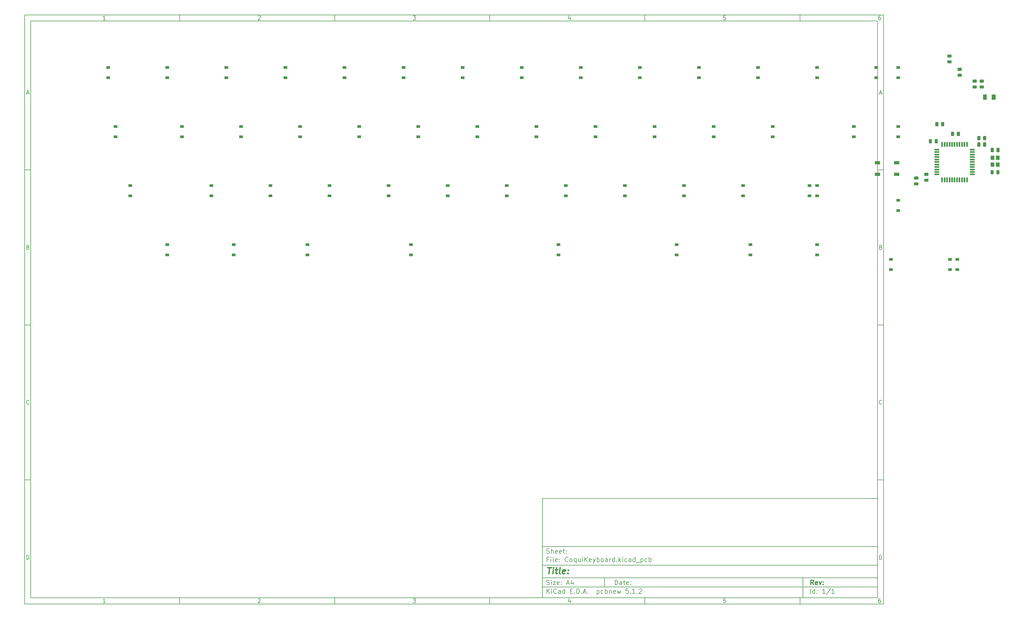
<source format=gbr>
%TF.GenerationSoftware,KiCad,Pcbnew,5.1.2*%
%TF.CreationDate,2019-06-09T19:24:23-04:00*%
%TF.ProjectId,CoquiKeyboard,436f7175-694b-4657-9962-6f6172642e6b,rev?*%
%TF.SameCoordinates,Original*%
%TF.FileFunction,Paste,Bot*%
%TF.FilePolarity,Positive*%
%FSLAX46Y46*%
G04 Gerber Fmt 4.6, Leading zero omitted, Abs format (unit mm)*
G04 Created by KiCad (PCBNEW 5.1.2) date 2019-06-09 19:24:23*
%MOMM*%
%LPD*%
G04 APERTURE LIST*
%ADD10C,0.100000*%
%ADD11C,0.150000*%
%ADD12C,0.300000*%
%ADD13C,0.400000*%
%ADD14R,1.200000X0.900000*%
%ADD15C,0.975000*%
%ADD16C,1.250000*%
%ADD17R,1.800000X1.100000*%
%ADD18R,1.500000X0.550000*%
%ADD19R,0.550000X1.500000*%
%ADD20R,1.200000X1.400000*%
G04 APERTURE END LIST*
D10*
D11*
X177002200Y-166007200D02*
X177002200Y-198007200D01*
X285002200Y-198007200D01*
X285002200Y-166007200D01*
X177002200Y-166007200D01*
D10*
D11*
X10000000Y-10000000D02*
X10000000Y-200007200D01*
X287002200Y-200007200D01*
X287002200Y-10000000D01*
X10000000Y-10000000D01*
D10*
D11*
X12000000Y-12000000D02*
X12000000Y-198007200D01*
X285002200Y-198007200D01*
X285002200Y-12000000D01*
X12000000Y-12000000D01*
D10*
D11*
X60000000Y-12000000D02*
X60000000Y-10000000D01*
D10*
D11*
X110000000Y-12000000D02*
X110000000Y-10000000D01*
D10*
D11*
X160000000Y-12000000D02*
X160000000Y-10000000D01*
D10*
D11*
X210000000Y-12000000D02*
X210000000Y-10000000D01*
D10*
D11*
X260000000Y-12000000D02*
X260000000Y-10000000D01*
D10*
D11*
X36065476Y-11588095D02*
X35322619Y-11588095D01*
X35694047Y-11588095D02*
X35694047Y-10288095D01*
X35570238Y-10473809D01*
X35446428Y-10597619D01*
X35322619Y-10659523D01*
D10*
D11*
X85322619Y-10411904D02*
X85384523Y-10350000D01*
X85508333Y-10288095D01*
X85817857Y-10288095D01*
X85941666Y-10350000D01*
X86003571Y-10411904D01*
X86065476Y-10535714D01*
X86065476Y-10659523D01*
X86003571Y-10845238D01*
X85260714Y-11588095D01*
X86065476Y-11588095D01*
D10*
D11*
X135260714Y-10288095D02*
X136065476Y-10288095D01*
X135632142Y-10783333D01*
X135817857Y-10783333D01*
X135941666Y-10845238D01*
X136003571Y-10907142D01*
X136065476Y-11030952D01*
X136065476Y-11340476D01*
X136003571Y-11464285D01*
X135941666Y-11526190D01*
X135817857Y-11588095D01*
X135446428Y-11588095D01*
X135322619Y-11526190D01*
X135260714Y-11464285D01*
D10*
D11*
X185941666Y-10721428D02*
X185941666Y-11588095D01*
X185632142Y-10226190D02*
X185322619Y-11154761D01*
X186127380Y-11154761D01*
D10*
D11*
X236003571Y-10288095D02*
X235384523Y-10288095D01*
X235322619Y-10907142D01*
X235384523Y-10845238D01*
X235508333Y-10783333D01*
X235817857Y-10783333D01*
X235941666Y-10845238D01*
X236003571Y-10907142D01*
X236065476Y-11030952D01*
X236065476Y-11340476D01*
X236003571Y-11464285D01*
X235941666Y-11526190D01*
X235817857Y-11588095D01*
X235508333Y-11588095D01*
X235384523Y-11526190D01*
X235322619Y-11464285D01*
D10*
D11*
X285941666Y-10288095D02*
X285694047Y-10288095D01*
X285570238Y-10350000D01*
X285508333Y-10411904D01*
X285384523Y-10597619D01*
X285322619Y-10845238D01*
X285322619Y-11340476D01*
X285384523Y-11464285D01*
X285446428Y-11526190D01*
X285570238Y-11588095D01*
X285817857Y-11588095D01*
X285941666Y-11526190D01*
X286003571Y-11464285D01*
X286065476Y-11340476D01*
X286065476Y-11030952D01*
X286003571Y-10907142D01*
X285941666Y-10845238D01*
X285817857Y-10783333D01*
X285570238Y-10783333D01*
X285446428Y-10845238D01*
X285384523Y-10907142D01*
X285322619Y-11030952D01*
D10*
D11*
X60000000Y-198007200D02*
X60000000Y-200007200D01*
D10*
D11*
X110000000Y-198007200D02*
X110000000Y-200007200D01*
D10*
D11*
X160000000Y-198007200D02*
X160000000Y-200007200D01*
D10*
D11*
X210000000Y-198007200D02*
X210000000Y-200007200D01*
D10*
D11*
X260000000Y-198007200D02*
X260000000Y-200007200D01*
D10*
D11*
X36065476Y-199595295D02*
X35322619Y-199595295D01*
X35694047Y-199595295D02*
X35694047Y-198295295D01*
X35570238Y-198481009D01*
X35446428Y-198604819D01*
X35322619Y-198666723D01*
D10*
D11*
X85322619Y-198419104D02*
X85384523Y-198357200D01*
X85508333Y-198295295D01*
X85817857Y-198295295D01*
X85941666Y-198357200D01*
X86003571Y-198419104D01*
X86065476Y-198542914D01*
X86065476Y-198666723D01*
X86003571Y-198852438D01*
X85260714Y-199595295D01*
X86065476Y-199595295D01*
D10*
D11*
X135260714Y-198295295D02*
X136065476Y-198295295D01*
X135632142Y-198790533D01*
X135817857Y-198790533D01*
X135941666Y-198852438D01*
X136003571Y-198914342D01*
X136065476Y-199038152D01*
X136065476Y-199347676D01*
X136003571Y-199471485D01*
X135941666Y-199533390D01*
X135817857Y-199595295D01*
X135446428Y-199595295D01*
X135322619Y-199533390D01*
X135260714Y-199471485D01*
D10*
D11*
X185941666Y-198728628D02*
X185941666Y-199595295D01*
X185632142Y-198233390D02*
X185322619Y-199161961D01*
X186127380Y-199161961D01*
D10*
D11*
X236003571Y-198295295D02*
X235384523Y-198295295D01*
X235322619Y-198914342D01*
X235384523Y-198852438D01*
X235508333Y-198790533D01*
X235817857Y-198790533D01*
X235941666Y-198852438D01*
X236003571Y-198914342D01*
X236065476Y-199038152D01*
X236065476Y-199347676D01*
X236003571Y-199471485D01*
X235941666Y-199533390D01*
X235817857Y-199595295D01*
X235508333Y-199595295D01*
X235384523Y-199533390D01*
X235322619Y-199471485D01*
D10*
D11*
X285941666Y-198295295D02*
X285694047Y-198295295D01*
X285570238Y-198357200D01*
X285508333Y-198419104D01*
X285384523Y-198604819D01*
X285322619Y-198852438D01*
X285322619Y-199347676D01*
X285384523Y-199471485D01*
X285446428Y-199533390D01*
X285570238Y-199595295D01*
X285817857Y-199595295D01*
X285941666Y-199533390D01*
X286003571Y-199471485D01*
X286065476Y-199347676D01*
X286065476Y-199038152D01*
X286003571Y-198914342D01*
X285941666Y-198852438D01*
X285817857Y-198790533D01*
X285570238Y-198790533D01*
X285446428Y-198852438D01*
X285384523Y-198914342D01*
X285322619Y-199038152D01*
D10*
D11*
X10000000Y-60000000D02*
X12000000Y-60000000D01*
D10*
D11*
X10000000Y-110000000D02*
X12000000Y-110000000D01*
D10*
D11*
X10000000Y-160000000D02*
X12000000Y-160000000D01*
D10*
D11*
X10690476Y-35216666D02*
X11309523Y-35216666D01*
X10566666Y-35588095D02*
X11000000Y-34288095D01*
X11433333Y-35588095D01*
D10*
D11*
X11092857Y-84907142D02*
X11278571Y-84969047D01*
X11340476Y-85030952D01*
X11402380Y-85154761D01*
X11402380Y-85340476D01*
X11340476Y-85464285D01*
X11278571Y-85526190D01*
X11154761Y-85588095D01*
X10659523Y-85588095D01*
X10659523Y-84288095D01*
X11092857Y-84288095D01*
X11216666Y-84350000D01*
X11278571Y-84411904D01*
X11340476Y-84535714D01*
X11340476Y-84659523D01*
X11278571Y-84783333D01*
X11216666Y-84845238D01*
X11092857Y-84907142D01*
X10659523Y-84907142D01*
D10*
D11*
X11402380Y-135464285D02*
X11340476Y-135526190D01*
X11154761Y-135588095D01*
X11030952Y-135588095D01*
X10845238Y-135526190D01*
X10721428Y-135402380D01*
X10659523Y-135278571D01*
X10597619Y-135030952D01*
X10597619Y-134845238D01*
X10659523Y-134597619D01*
X10721428Y-134473809D01*
X10845238Y-134350000D01*
X11030952Y-134288095D01*
X11154761Y-134288095D01*
X11340476Y-134350000D01*
X11402380Y-134411904D01*
D10*
D11*
X10659523Y-185588095D02*
X10659523Y-184288095D01*
X10969047Y-184288095D01*
X11154761Y-184350000D01*
X11278571Y-184473809D01*
X11340476Y-184597619D01*
X11402380Y-184845238D01*
X11402380Y-185030952D01*
X11340476Y-185278571D01*
X11278571Y-185402380D01*
X11154761Y-185526190D01*
X10969047Y-185588095D01*
X10659523Y-185588095D01*
D10*
D11*
X287002200Y-60000000D02*
X285002200Y-60000000D01*
D10*
D11*
X287002200Y-110000000D02*
X285002200Y-110000000D01*
D10*
D11*
X287002200Y-160000000D02*
X285002200Y-160000000D01*
D10*
D11*
X285692676Y-35216666D02*
X286311723Y-35216666D01*
X285568866Y-35588095D02*
X286002200Y-34288095D01*
X286435533Y-35588095D01*
D10*
D11*
X286095057Y-84907142D02*
X286280771Y-84969047D01*
X286342676Y-85030952D01*
X286404580Y-85154761D01*
X286404580Y-85340476D01*
X286342676Y-85464285D01*
X286280771Y-85526190D01*
X286156961Y-85588095D01*
X285661723Y-85588095D01*
X285661723Y-84288095D01*
X286095057Y-84288095D01*
X286218866Y-84350000D01*
X286280771Y-84411904D01*
X286342676Y-84535714D01*
X286342676Y-84659523D01*
X286280771Y-84783333D01*
X286218866Y-84845238D01*
X286095057Y-84907142D01*
X285661723Y-84907142D01*
D10*
D11*
X286404580Y-135464285D02*
X286342676Y-135526190D01*
X286156961Y-135588095D01*
X286033152Y-135588095D01*
X285847438Y-135526190D01*
X285723628Y-135402380D01*
X285661723Y-135278571D01*
X285599819Y-135030952D01*
X285599819Y-134845238D01*
X285661723Y-134597619D01*
X285723628Y-134473809D01*
X285847438Y-134350000D01*
X286033152Y-134288095D01*
X286156961Y-134288095D01*
X286342676Y-134350000D01*
X286404580Y-134411904D01*
D10*
D11*
X285661723Y-185588095D02*
X285661723Y-184288095D01*
X285971247Y-184288095D01*
X286156961Y-184350000D01*
X286280771Y-184473809D01*
X286342676Y-184597619D01*
X286404580Y-184845238D01*
X286404580Y-185030952D01*
X286342676Y-185278571D01*
X286280771Y-185402380D01*
X286156961Y-185526190D01*
X285971247Y-185588095D01*
X285661723Y-185588095D01*
D10*
D11*
X200434342Y-193785771D02*
X200434342Y-192285771D01*
X200791485Y-192285771D01*
X201005771Y-192357200D01*
X201148628Y-192500057D01*
X201220057Y-192642914D01*
X201291485Y-192928628D01*
X201291485Y-193142914D01*
X201220057Y-193428628D01*
X201148628Y-193571485D01*
X201005771Y-193714342D01*
X200791485Y-193785771D01*
X200434342Y-193785771D01*
X202577200Y-193785771D02*
X202577200Y-193000057D01*
X202505771Y-192857200D01*
X202362914Y-192785771D01*
X202077200Y-192785771D01*
X201934342Y-192857200D01*
X202577200Y-193714342D02*
X202434342Y-193785771D01*
X202077200Y-193785771D01*
X201934342Y-193714342D01*
X201862914Y-193571485D01*
X201862914Y-193428628D01*
X201934342Y-193285771D01*
X202077200Y-193214342D01*
X202434342Y-193214342D01*
X202577200Y-193142914D01*
X203077200Y-192785771D02*
X203648628Y-192785771D01*
X203291485Y-192285771D02*
X203291485Y-193571485D01*
X203362914Y-193714342D01*
X203505771Y-193785771D01*
X203648628Y-193785771D01*
X204720057Y-193714342D02*
X204577200Y-193785771D01*
X204291485Y-193785771D01*
X204148628Y-193714342D01*
X204077200Y-193571485D01*
X204077200Y-193000057D01*
X204148628Y-192857200D01*
X204291485Y-192785771D01*
X204577200Y-192785771D01*
X204720057Y-192857200D01*
X204791485Y-193000057D01*
X204791485Y-193142914D01*
X204077200Y-193285771D01*
X205434342Y-193642914D02*
X205505771Y-193714342D01*
X205434342Y-193785771D01*
X205362914Y-193714342D01*
X205434342Y-193642914D01*
X205434342Y-193785771D01*
X205434342Y-192857200D02*
X205505771Y-192928628D01*
X205434342Y-193000057D01*
X205362914Y-192928628D01*
X205434342Y-192857200D01*
X205434342Y-193000057D01*
D10*
D11*
X177002200Y-194507200D02*
X285002200Y-194507200D01*
D10*
D11*
X178434342Y-196585771D02*
X178434342Y-195085771D01*
X179291485Y-196585771D02*
X178648628Y-195728628D01*
X179291485Y-195085771D02*
X178434342Y-195942914D01*
X179934342Y-196585771D02*
X179934342Y-195585771D01*
X179934342Y-195085771D02*
X179862914Y-195157200D01*
X179934342Y-195228628D01*
X180005771Y-195157200D01*
X179934342Y-195085771D01*
X179934342Y-195228628D01*
X181505771Y-196442914D02*
X181434342Y-196514342D01*
X181220057Y-196585771D01*
X181077200Y-196585771D01*
X180862914Y-196514342D01*
X180720057Y-196371485D01*
X180648628Y-196228628D01*
X180577200Y-195942914D01*
X180577200Y-195728628D01*
X180648628Y-195442914D01*
X180720057Y-195300057D01*
X180862914Y-195157200D01*
X181077200Y-195085771D01*
X181220057Y-195085771D01*
X181434342Y-195157200D01*
X181505771Y-195228628D01*
X182791485Y-196585771D02*
X182791485Y-195800057D01*
X182720057Y-195657200D01*
X182577200Y-195585771D01*
X182291485Y-195585771D01*
X182148628Y-195657200D01*
X182791485Y-196514342D02*
X182648628Y-196585771D01*
X182291485Y-196585771D01*
X182148628Y-196514342D01*
X182077200Y-196371485D01*
X182077200Y-196228628D01*
X182148628Y-196085771D01*
X182291485Y-196014342D01*
X182648628Y-196014342D01*
X182791485Y-195942914D01*
X184148628Y-196585771D02*
X184148628Y-195085771D01*
X184148628Y-196514342D02*
X184005771Y-196585771D01*
X183720057Y-196585771D01*
X183577200Y-196514342D01*
X183505771Y-196442914D01*
X183434342Y-196300057D01*
X183434342Y-195871485D01*
X183505771Y-195728628D01*
X183577200Y-195657200D01*
X183720057Y-195585771D01*
X184005771Y-195585771D01*
X184148628Y-195657200D01*
X186005771Y-195800057D02*
X186505771Y-195800057D01*
X186720057Y-196585771D02*
X186005771Y-196585771D01*
X186005771Y-195085771D01*
X186720057Y-195085771D01*
X187362914Y-196442914D02*
X187434342Y-196514342D01*
X187362914Y-196585771D01*
X187291485Y-196514342D01*
X187362914Y-196442914D01*
X187362914Y-196585771D01*
X188077200Y-196585771D02*
X188077200Y-195085771D01*
X188434342Y-195085771D01*
X188648628Y-195157200D01*
X188791485Y-195300057D01*
X188862914Y-195442914D01*
X188934342Y-195728628D01*
X188934342Y-195942914D01*
X188862914Y-196228628D01*
X188791485Y-196371485D01*
X188648628Y-196514342D01*
X188434342Y-196585771D01*
X188077200Y-196585771D01*
X189577200Y-196442914D02*
X189648628Y-196514342D01*
X189577200Y-196585771D01*
X189505771Y-196514342D01*
X189577200Y-196442914D01*
X189577200Y-196585771D01*
X190220057Y-196157200D02*
X190934342Y-196157200D01*
X190077200Y-196585771D02*
X190577200Y-195085771D01*
X191077200Y-196585771D01*
X191577200Y-196442914D02*
X191648628Y-196514342D01*
X191577200Y-196585771D01*
X191505771Y-196514342D01*
X191577200Y-196442914D01*
X191577200Y-196585771D01*
X194577200Y-195585771D02*
X194577200Y-197085771D01*
X194577200Y-195657200D02*
X194720057Y-195585771D01*
X195005771Y-195585771D01*
X195148628Y-195657200D01*
X195220057Y-195728628D01*
X195291485Y-195871485D01*
X195291485Y-196300057D01*
X195220057Y-196442914D01*
X195148628Y-196514342D01*
X195005771Y-196585771D01*
X194720057Y-196585771D01*
X194577200Y-196514342D01*
X196577200Y-196514342D02*
X196434342Y-196585771D01*
X196148628Y-196585771D01*
X196005771Y-196514342D01*
X195934342Y-196442914D01*
X195862914Y-196300057D01*
X195862914Y-195871485D01*
X195934342Y-195728628D01*
X196005771Y-195657200D01*
X196148628Y-195585771D01*
X196434342Y-195585771D01*
X196577200Y-195657200D01*
X197220057Y-196585771D02*
X197220057Y-195085771D01*
X197220057Y-195657200D02*
X197362914Y-195585771D01*
X197648628Y-195585771D01*
X197791485Y-195657200D01*
X197862914Y-195728628D01*
X197934342Y-195871485D01*
X197934342Y-196300057D01*
X197862914Y-196442914D01*
X197791485Y-196514342D01*
X197648628Y-196585771D01*
X197362914Y-196585771D01*
X197220057Y-196514342D01*
X198577200Y-195585771D02*
X198577200Y-196585771D01*
X198577200Y-195728628D02*
X198648628Y-195657200D01*
X198791485Y-195585771D01*
X199005771Y-195585771D01*
X199148628Y-195657200D01*
X199220057Y-195800057D01*
X199220057Y-196585771D01*
X200505771Y-196514342D02*
X200362914Y-196585771D01*
X200077200Y-196585771D01*
X199934342Y-196514342D01*
X199862914Y-196371485D01*
X199862914Y-195800057D01*
X199934342Y-195657200D01*
X200077200Y-195585771D01*
X200362914Y-195585771D01*
X200505771Y-195657200D01*
X200577200Y-195800057D01*
X200577200Y-195942914D01*
X199862914Y-196085771D01*
X201077200Y-195585771D02*
X201362914Y-196585771D01*
X201648628Y-195871485D01*
X201934342Y-196585771D01*
X202220057Y-195585771D01*
X204648628Y-195085771D02*
X203934342Y-195085771D01*
X203862914Y-195800057D01*
X203934342Y-195728628D01*
X204077200Y-195657200D01*
X204434342Y-195657200D01*
X204577200Y-195728628D01*
X204648628Y-195800057D01*
X204720057Y-195942914D01*
X204720057Y-196300057D01*
X204648628Y-196442914D01*
X204577200Y-196514342D01*
X204434342Y-196585771D01*
X204077200Y-196585771D01*
X203934342Y-196514342D01*
X203862914Y-196442914D01*
X205362914Y-196442914D02*
X205434342Y-196514342D01*
X205362914Y-196585771D01*
X205291485Y-196514342D01*
X205362914Y-196442914D01*
X205362914Y-196585771D01*
X206862914Y-196585771D02*
X206005771Y-196585771D01*
X206434342Y-196585771D02*
X206434342Y-195085771D01*
X206291485Y-195300057D01*
X206148628Y-195442914D01*
X206005771Y-195514342D01*
X207505771Y-196442914D02*
X207577200Y-196514342D01*
X207505771Y-196585771D01*
X207434342Y-196514342D01*
X207505771Y-196442914D01*
X207505771Y-196585771D01*
X208148628Y-195228628D02*
X208220057Y-195157200D01*
X208362914Y-195085771D01*
X208720057Y-195085771D01*
X208862914Y-195157200D01*
X208934342Y-195228628D01*
X209005771Y-195371485D01*
X209005771Y-195514342D01*
X208934342Y-195728628D01*
X208077200Y-196585771D01*
X209005771Y-196585771D01*
D10*
D11*
X177002200Y-191507200D02*
X285002200Y-191507200D01*
D10*
D12*
X264411485Y-193785771D02*
X263911485Y-193071485D01*
X263554342Y-193785771D02*
X263554342Y-192285771D01*
X264125771Y-192285771D01*
X264268628Y-192357200D01*
X264340057Y-192428628D01*
X264411485Y-192571485D01*
X264411485Y-192785771D01*
X264340057Y-192928628D01*
X264268628Y-193000057D01*
X264125771Y-193071485D01*
X263554342Y-193071485D01*
X265625771Y-193714342D02*
X265482914Y-193785771D01*
X265197200Y-193785771D01*
X265054342Y-193714342D01*
X264982914Y-193571485D01*
X264982914Y-193000057D01*
X265054342Y-192857200D01*
X265197200Y-192785771D01*
X265482914Y-192785771D01*
X265625771Y-192857200D01*
X265697200Y-193000057D01*
X265697200Y-193142914D01*
X264982914Y-193285771D01*
X266197200Y-192785771D02*
X266554342Y-193785771D01*
X266911485Y-192785771D01*
X267482914Y-193642914D02*
X267554342Y-193714342D01*
X267482914Y-193785771D01*
X267411485Y-193714342D01*
X267482914Y-193642914D01*
X267482914Y-193785771D01*
X267482914Y-192857200D02*
X267554342Y-192928628D01*
X267482914Y-193000057D01*
X267411485Y-192928628D01*
X267482914Y-192857200D01*
X267482914Y-193000057D01*
D10*
D11*
X178362914Y-193714342D02*
X178577200Y-193785771D01*
X178934342Y-193785771D01*
X179077200Y-193714342D01*
X179148628Y-193642914D01*
X179220057Y-193500057D01*
X179220057Y-193357200D01*
X179148628Y-193214342D01*
X179077200Y-193142914D01*
X178934342Y-193071485D01*
X178648628Y-193000057D01*
X178505771Y-192928628D01*
X178434342Y-192857200D01*
X178362914Y-192714342D01*
X178362914Y-192571485D01*
X178434342Y-192428628D01*
X178505771Y-192357200D01*
X178648628Y-192285771D01*
X179005771Y-192285771D01*
X179220057Y-192357200D01*
X179862914Y-193785771D02*
X179862914Y-192785771D01*
X179862914Y-192285771D02*
X179791485Y-192357200D01*
X179862914Y-192428628D01*
X179934342Y-192357200D01*
X179862914Y-192285771D01*
X179862914Y-192428628D01*
X180434342Y-192785771D02*
X181220057Y-192785771D01*
X180434342Y-193785771D01*
X181220057Y-193785771D01*
X182362914Y-193714342D02*
X182220057Y-193785771D01*
X181934342Y-193785771D01*
X181791485Y-193714342D01*
X181720057Y-193571485D01*
X181720057Y-193000057D01*
X181791485Y-192857200D01*
X181934342Y-192785771D01*
X182220057Y-192785771D01*
X182362914Y-192857200D01*
X182434342Y-193000057D01*
X182434342Y-193142914D01*
X181720057Y-193285771D01*
X183077200Y-193642914D02*
X183148628Y-193714342D01*
X183077200Y-193785771D01*
X183005771Y-193714342D01*
X183077200Y-193642914D01*
X183077200Y-193785771D01*
X183077200Y-192857200D02*
X183148628Y-192928628D01*
X183077200Y-193000057D01*
X183005771Y-192928628D01*
X183077200Y-192857200D01*
X183077200Y-193000057D01*
X184862914Y-193357200D02*
X185577200Y-193357200D01*
X184720057Y-193785771D02*
X185220057Y-192285771D01*
X185720057Y-193785771D01*
X186862914Y-192785771D02*
X186862914Y-193785771D01*
X186505771Y-192214342D02*
X186148628Y-193285771D01*
X187077200Y-193285771D01*
D10*
D11*
X263434342Y-196585771D02*
X263434342Y-195085771D01*
X264791485Y-196585771D02*
X264791485Y-195085771D01*
X264791485Y-196514342D02*
X264648628Y-196585771D01*
X264362914Y-196585771D01*
X264220057Y-196514342D01*
X264148628Y-196442914D01*
X264077200Y-196300057D01*
X264077200Y-195871485D01*
X264148628Y-195728628D01*
X264220057Y-195657200D01*
X264362914Y-195585771D01*
X264648628Y-195585771D01*
X264791485Y-195657200D01*
X265505771Y-196442914D02*
X265577200Y-196514342D01*
X265505771Y-196585771D01*
X265434342Y-196514342D01*
X265505771Y-196442914D01*
X265505771Y-196585771D01*
X265505771Y-195657200D02*
X265577200Y-195728628D01*
X265505771Y-195800057D01*
X265434342Y-195728628D01*
X265505771Y-195657200D01*
X265505771Y-195800057D01*
X268148628Y-196585771D02*
X267291485Y-196585771D01*
X267720057Y-196585771D02*
X267720057Y-195085771D01*
X267577200Y-195300057D01*
X267434342Y-195442914D01*
X267291485Y-195514342D01*
X269862914Y-195014342D02*
X268577200Y-196942914D01*
X271148628Y-196585771D02*
X270291485Y-196585771D01*
X270720057Y-196585771D02*
X270720057Y-195085771D01*
X270577200Y-195300057D01*
X270434342Y-195442914D01*
X270291485Y-195514342D01*
D10*
D11*
X177002200Y-187507200D02*
X285002200Y-187507200D01*
D10*
D13*
X178714580Y-188211961D02*
X179857438Y-188211961D01*
X179036009Y-190211961D02*
X179286009Y-188211961D01*
X180274104Y-190211961D02*
X180440771Y-188878628D01*
X180524104Y-188211961D02*
X180416961Y-188307200D01*
X180500295Y-188402438D01*
X180607438Y-188307200D01*
X180524104Y-188211961D01*
X180500295Y-188402438D01*
X181107438Y-188878628D02*
X181869342Y-188878628D01*
X181476485Y-188211961D02*
X181262200Y-189926247D01*
X181333628Y-190116723D01*
X181512200Y-190211961D01*
X181702676Y-190211961D01*
X182655057Y-190211961D02*
X182476485Y-190116723D01*
X182405057Y-189926247D01*
X182619342Y-188211961D01*
X184190771Y-190116723D02*
X183988390Y-190211961D01*
X183607438Y-190211961D01*
X183428866Y-190116723D01*
X183357438Y-189926247D01*
X183452676Y-189164342D01*
X183571723Y-188973866D01*
X183774104Y-188878628D01*
X184155057Y-188878628D01*
X184333628Y-188973866D01*
X184405057Y-189164342D01*
X184381247Y-189354819D01*
X183405057Y-189545295D01*
X185155057Y-190021485D02*
X185238390Y-190116723D01*
X185131247Y-190211961D01*
X185047914Y-190116723D01*
X185155057Y-190021485D01*
X185131247Y-190211961D01*
X185286009Y-188973866D02*
X185369342Y-189069104D01*
X185262200Y-189164342D01*
X185178866Y-189069104D01*
X185286009Y-188973866D01*
X185262200Y-189164342D01*
D10*
D11*
X178934342Y-185600057D02*
X178434342Y-185600057D01*
X178434342Y-186385771D02*
X178434342Y-184885771D01*
X179148628Y-184885771D01*
X179720057Y-186385771D02*
X179720057Y-185385771D01*
X179720057Y-184885771D02*
X179648628Y-184957200D01*
X179720057Y-185028628D01*
X179791485Y-184957200D01*
X179720057Y-184885771D01*
X179720057Y-185028628D01*
X180648628Y-186385771D02*
X180505771Y-186314342D01*
X180434342Y-186171485D01*
X180434342Y-184885771D01*
X181791485Y-186314342D02*
X181648628Y-186385771D01*
X181362914Y-186385771D01*
X181220057Y-186314342D01*
X181148628Y-186171485D01*
X181148628Y-185600057D01*
X181220057Y-185457200D01*
X181362914Y-185385771D01*
X181648628Y-185385771D01*
X181791485Y-185457200D01*
X181862914Y-185600057D01*
X181862914Y-185742914D01*
X181148628Y-185885771D01*
X182505771Y-186242914D02*
X182577200Y-186314342D01*
X182505771Y-186385771D01*
X182434342Y-186314342D01*
X182505771Y-186242914D01*
X182505771Y-186385771D01*
X182505771Y-185457200D02*
X182577200Y-185528628D01*
X182505771Y-185600057D01*
X182434342Y-185528628D01*
X182505771Y-185457200D01*
X182505771Y-185600057D01*
X185220057Y-186242914D02*
X185148628Y-186314342D01*
X184934342Y-186385771D01*
X184791485Y-186385771D01*
X184577200Y-186314342D01*
X184434342Y-186171485D01*
X184362914Y-186028628D01*
X184291485Y-185742914D01*
X184291485Y-185528628D01*
X184362914Y-185242914D01*
X184434342Y-185100057D01*
X184577200Y-184957200D01*
X184791485Y-184885771D01*
X184934342Y-184885771D01*
X185148628Y-184957200D01*
X185220057Y-185028628D01*
X186077200Y-186385771D02*
X185934342Y-186314342D01*
X185862914Y-186242914D01*
X185791485Y-186100057D01*
X185791485Y-185671485D01*
X185862914Y-185528628D01*
X185934342Y-185457200D01*
X186077200Y-185385771D01*
X186291485Y-185385771D01*
X186434342Y-185457200D01*
X186505771Y-185528628D01*
X186577200Y-185671485D01*
X186577200Y-186100057D01*
X186505771Y-186242914D01*
X186434342Y-186314342D01*
X186291485Y-186385771D01*
X186077200Y-186385771D01*
X187862914Y-185385771D02*
X187862914Y-186885771D01*
X187862914Y-186314342D02*
X187720057Y-186385771D01*
X187434342Y-186385771D01*
X187291485Y-186314342D01*
X187220057Y-186242914D01*
X187148628Y-186100057D01*
X187148628Y-185671485D01*
X187220057Y-185528628D01*
X187291485Y-185457200D01*
X187434342Y-185385771D01*
X187720057Y-185385771D01*
X187862914Y-185457200D01*
X189220057Y-185385771D02*
X189220057Y-186385771D01*
X188577200Y-185385771D02*
X188577200Y-186171485D01*
X188648628Y-186314342D01*
X188791485Y-186385771D01*
X189005771Y-186385771D01*
X189148628Y-186314342D01*
X189220057Y-186242914D01*
X189934342Y-186385771D02*
X189934342Y-185385771D01*
X189934342Y-184885771D02*
X189862914Y-184957200D01*
X189934342Y-185028628D01*
X190005771Y-184957200D01*
X189934342Y-184885771D01*
X189934342Y-185028628D01*
X190648628Y-186385771D02*
X190648628Y-184885771D01*
X191505771Y-186385771D02*
X190862914Y-185528628D01*
X191505771Y-184885771D02*
X190648628Y-185742914D01*
X192720057Y-186314342D02*
X192577200Y-186385771D01*
X192291485Y-186385771D01*
X192148628Y-186314342D01*
X192077200Y-186171485D01*
X192077200Y-185600057D01*
X192148628Y-185457200D01*
X192291485Y-185385771D01*
X192577200Y-185385771D01*
X192720057Y-185457200D01*
X192791485Y-185600057D01*
X192791485Y-185742914D01*
X192077200Y-185885771D01*
X193291485Y-185385771D02*
X193648628Y-186385771D01*
X194005771Y-185385771D02*
X193648628Y-186385771D01*
X193505771Y-186742914D01*
X193434342Y-186814342D01*
X193291485Y-186885771D01*
X194577200Y-186385771D02*
X194577200Y-184885771D01*
X194577200Y-185457200D02*
X194720057Y-185385771D01*
X195005771Y-185385771D01*
X195148628Y-185457200D01*
X195220057Y-185528628D01*
X195291485Y-185671485D01*
X195291485Y-186100057D01*
X195220057Y-186242914D01*
X195148628Y-186314342D01*
X195005771Y-186385771D01*
X194720057Y-186385771D01*
X194577200Y-186314342D01*
X196148628Y-186385771D02*
X196005771Y-186314342D01*
X195934342Y-186242914D01*
X195862914Y-186100057D01*
X195862914Y-185671485D01*
X195934342Y-185528628D01*
X196005771Y-185457200D01*
X196148628Y-185385771D01*
X196362914Y-185385771D01*
X196505771Y-185457200D01*
X196577200Y-185528628D01*
X196648628Y-185671485D01*
X196648628Y-186100057D01*
X196577200Y-186242914D01*
X196505771Y-186314342D01*
X196362914Y-186385771D01*
X196148628Y-186385771D01*
X197934342Y-186385771D02*
X197934342Y-185600057D01*
X197862914Y-185457200D01*
X197720057Y-185385771D01*
X197434342Y-185385771D01*
X197291485Y-185457200D01*
X197934342Y-186314342D02*
X197791485Y-186385771D01*
X197434342Y-186385771D01*
X197291485Y-186314342D01*
X197220057Y-186171485D01*
X197220057Y-186028628D01*
X197291485Y-185885771D01*
X197434342Y-185814342D01*
X197791485Y-185814342D01*
X197934342Y-185742914D01*
X198648628Y-186385771D02*
X198648628Y-185385771D01*
X198648628Y-185671485D02*
X198720057Y-185528628D01*
X198791485Y-185457200D01*
X198934342Y-185385771D01*
X199077200Y-185385771D01*
X200220057Y-186385771D02*
X200220057Y-184885771D01*
X200220057Y-186314342D02*
X200077200Y-186385771D01*
X199791485Y-186385771D01*
X199648628Y-186314342D01*
X199577200Y-186242914D01*
X199505771Y-186100057D01*
X199505771Y-185671485D01*
X199577200Y-185528628D01*
X199648628Y-185457200D01*
X199791485Y-185385771D01*
X200077200Y-185385771D01*
X200220057Y-185457200D01*
X200934342Y-186242914D02*
X201005771Y-186314342D01*
X200934342Y-186385771D01*
X200862914Y-186314342D01*
X200934342Y-186242914D01*
X200934342Y-186385771D01*
X201648628Y-186385771D02*
X201648628Y-184885771D01*
X201791485Y-185814342D02*
X202220057Y-186385771D01*
X202220057Y-185385771D02*
X201648628Y-185957200D01*
X202862914Y-186385771D02*
X202862914Y-185385771D01*
X202862914Y-184885771D02*
X202791485Y-184957200D01*
X202862914Y-185028628D01*
X202934342Y-184957200D01*
X202862914Y-184885771D01*
X202862914Y-185028628D01*
X204220057Y-186314342D02*
X204077200Y-186385771D01*
X203791485Y-186385771D01*
X203648628Y-186314342D01*
X203577200Y-186242914D01*
X203505771Y-186100057D01*
X203505771Y-185671485D01*
X203577200Y-185528628D01*
X203648628Y-185457200D01*
X203791485Y-185385771D01*
X204077200Y-185385771D01*
X204220057Y-185457200D01*
X205505771Y-186385771D02*
X205505771Y-185600057D01*
X205434342Y-185457200D01*
X205291485Y-185385771D01*
X205005771Y-185385771D01*
X204862914Y-185457200D01*
X205505771Y-186314342D02*
X205362914Y-186385771D01*
X205005771Y-186385771D01*
X204862914Y-186314342D01*
X204791485Y-186171485D01*
X204791485Y-186028628D01*
X204862914Y-185885771D01*
X205005771Y-185814342D01*
X205362914Y-185814342D01*
X205505771Y-185742914D01*
X206862914Y-186385771D02*
X206862914Y-184885771D01*
X206862914Y-186314342D02*
X206720057Y-186385771D01*
X206434342Y-186385771D01*
X206291485Y-186314342D01*
X206220057Y-186242914D01*
X206148628Y-186100057D01*
X206148628Y-185671485D01*
X206220057Y-185528628D01*
X206291485Y-185457200D01*
X206434342Y-185385771D01*
X206720057Y-185385771D01*
X206862914Y-185457200D01*
X207220057Y-186528628D02*
X208362914Y-186528628D01*
X208720057Y-185385771D02*
X208720057Y-186885771D01*
X208720057Y-185457200D02*
X208862914Y-185385771D01*
X209148628Y-185385771D01*
X209291485Y-185457200D01*
X209362914Y-185528628D01*
X209434342Y-185671485D01*
X209434342Y-186100057D01*
X209362914Y-186242914D01*
X209291485Y-186314342D01*
X209148628Y-186385771D01*
X208862914Y-186385771D01*
X208720057Y-186314342D01*
X210720057Y-186314342D02*
X210577200Y-186385771D01*
X210291485Y-186385771D01*
X210148628Y-186314342D01*
X210077200Y-186242914D01*
X210005771Y-186100057D01*
X210005771Y-185671485D01*
X210077200Y-185528628D01*
X210148628Y-185457200D01*
X210291485Y-185385771D01*
X210577200Y-185385771D01*
X210720057Y-185457200D01*
X211362914Y-186385771D02*
X211362914Y-184885771D01*
X211362914Y-185457200D02*
X211505771Y-185385771D01*
X211791485Y-185385771D01*
X211934342Y-185457200D01*
X212005771Y-185528628D01*
X212077200Y-185671485D01*
X212077200Y-186100057D01*
X212005771Y-186242914D01*
X211934342Y-186314342D01*
X211791485Y-186385771D01*
X211505771Y-186385771D01*
X211362914Y-186314342D01*
D10*
D11*
X177002200Y-181507200D02*
X285002200Y-181507200D01*
D10*
D11*
X178362914Y-183614342D02*
X178577200Y-183685771D01*
X178934342Y-183685771D01*
X179077200Y-183614342D01*
X179148628Y-183542914D01*
X179220057Y-183400057D01*
X179220057Y-183257200D01*
X179148628Y-183114342D01*
X179077200Y-183042914D01*
X178934342Y-182971485D01*
X178648628Y-182900057D01*
X178505771Y-182828628D01*
X178434342Y-182757200D01*
X178362914Y-182614342D01*
X178362914Y-182471485D01*
X178434342Y-182328628D01*
X178505771Y-182257200D01*
X178648628Y-182185771D01*
X179005771Y-182185771D01*
X179220057Y-182257200D01*
X179862914Y-183685771D02*
X179862914Y-182185771D01*
X180505771Y-183685771D02*
X180505771Y-182900057D01*
X180434342Y-182757200D01*
X180291485Y-182685771D01*
X180077200Y-182685771D01*
X179934342Y-182757200D01*
X179862914Y-182828628D01*
X181791485Y-183614342D02*
X181648628Y-183685771D01*
X181362914Y-183685771D01*
X181220057Y-183614342D01*
X181148628Y-183471485D01*
X181148628Y-182900057D01*
X181220057Y-182757200D01*
X181362914Y-182685771D01*
X181648628Y-182685771D01*
X181791485Y-182757200D01*
X181862914Y-182900057D01*
X181862914Y-183042914D01*
X181148628Y-183185771D01*
X183077200Y-183614342D02*
X182934342Y-183685771D01*
X182648628Y-183685771D01*
X182505771Y-183614342D01*
X182434342Y-183471485D01*
X182434342Y-182900057D01*
X182505771Y-182757200D01*
X182648628Y-182685771D01*
X182934342Y-182685771D01*
X183077200Y-182757200D01*
X183148628Y-182900057D01*
X183148628Y-183042914D01*
X182434342Y-183185771D01*
X183577200Y-182685771D02*
X184148628Y-182685771D01*
X183791485Y-182185771D02*
X183791485Y-183471485D01*
X183862914Y-183614342D01*
X184005771Y-183685771D01*
X184148628Y-183685771D01*
X184648628Y-183542914D02*
X184720057Y-183614342D01*
X184648628Y-183685771D01*
X184577200Y-183614342D01*
X184648628Y-183542914D01*
X184648628Y-183685771D01*
X184648628Y-182757200D02*
X184720057Y-182828628D01*
X184648628Y-182900057D01*
X184577200Y-182828628D01*
X184648628Y-182757200D01*
X184648628Y-182900057D01*
D10*
D11*
X197002200Y-191507200D02*
X197002200Y-194507200D01*
D10*
D11*
X261002200Y-191507200D02*
X261002200Y-198007200D01*
D14*
X151257000Y-26924000D03*
X151257000Y-30224000D03*
D10*
G36*
X312011142Y-28947674D02*
G01*
X312034803Y-28951184D01*
X312058007Y-28956996D01*
X312080529Y-28965054D01*
X312102153Y-28975282D01*
X312122670Y-28987579D01*
X312141883Y-29001829D01*
X312159607Y-29017893D01*
X312175671Y-29035617D01*
X312189921Y-29054830D01*
X312202218Y-29075347D01*
X312212446Y-29096971D01*
X312220504Y-29119493D01*
X312226316Y-29142697D01*
X312229826Y-29166358D01*
X312231000Y-29190250D01*
X312231000Y-29677750D01*
X312229826Y-29701642D01*
X312226316Y-29725303D01*
X312220504Y-29748507D01*
X312212446Y-29771029D01*
X312202218Y-29792653D01*
X312189921Y-29813170D01*
X312175671Y-29832383D01*
X312159607Y-29850107D01*
X312141883Y-29866171D01*
X312122670Y-29880421D01*
X312102153Y-29892718D01*
X312080529Y-29902946D01*
X312058007Y-29911004D01*
X312034803Y-29916816D01*
X312011142Y-29920326D01*
X311987250Y-29921500D01*
X311074750Y-29921500D01*
X311050858Y-29920326D01*
X311027197Y-29916816D01*
X311003993Y-29911004D01*
X310981471Y-29902946D01*
X310959847Y-29892718D01*
X310939330Y-29880421D01*
X310920117Y-29866171D01*
X310902393Y-29850107D01*
X310886329Y-29832383D01*
X310872079Y-29813170D01*
X310859782Y-29792653D01*
X310849554Y-29771029D01*
X310841496Y-29748507D01*
X310835684Y-29725303D01*
X310832174Y-29701642D01*
X310831000Y-29677750D01*
X310831000Y-29190250D01*
X310832174Y-29166358D01*
X310835684Y-29142697D01*
X310841496Y-29119493D01*
X310849554Y-29096971D01*
X310859782Y-29075347D01*
X310872079Y-29054830D01*
X310886329Y-29035617D01*
X310902393Y-29017893D01*
X310920117Y-29001829D01*
X310939330Y-28987579D01*
X310959847Y-28975282D01*
X310981471Y-28965054D01*
X311003993Y-28956996D01*
X311027197Y-28951184D01*
X311050858Y-28947674D01*
X311074750Y-28946500D01*
X311987250Y-28946500D01*
X312011142Y-28947674D01*
X312011142Y-28947674D01*
G37*
D15*
X311531000Y-29434000D03*
D10*
G36*
X312011142Y-27072674D02*
G01*
X312034803Y-27076184D01*
X312058007Y-27081996D01*
X312080529Y-27090054D01*
X312102153Y-27100282D01*
X312122670Y-27112579D01*
X312141883Y-27126829D01*
X312159607Y-27142893D01*
X312175671Y-27160617D01*
X312189921Y-27179830D01*
X312202218Y-27200347D01*
X312212446Y-27221971D01*
X312220504Y-27244493D01*
X312226316Y-27267697D01*
X312229826Y-27291358D01*
X312231000Y-27315250D01*
X312231000Y-27802750D01*
X312229826Y-27826642D01*
X312226316Y-27850303D01*
X312220504Y-27873507D01*
X312212446Y-27896029D01*
X312202218Y-27917653D01*
X312189921Y-27938170D01*
X312175671Y-27957383D01*
X312159607Y-27975107D01*
X312141883Y-27991171D01*
X312122670Y-28005421D01*
X312102153Y-28017718D01*
X312080529Y-28027946D01*
X312058007Y-28036004D01*
X312034803Y-28041816D01*
X312011142Y-28045326D01*
X311987250Y-28046500D01*
X311074750Y-28046500D01*
X311050858Y-28045326D01*
X311027197Y-28041816D01*
X311003993Y-28036004D01*
X310981471Y-28027946D01*
X310959847Y-28017718D01*
X310939330Y-28005421D01*
X310920117Y-27991171D01*
X310902393Y-27975107D01*
X310886329Y-27957383D01*
X310872079Y-27938170D01*
X310859782Y-27917653D01*
X310849554Y-27896029D01*
X310841496Y-27873507D01*
X310835684Y-27850303D01*
X310832174Y-27826642D01*
X310831000Y-27802750D01*
X310831000Y-27315250D01*
X310832174Y-27291358D01*
X310835684Y-27267697D01*
X310841496Y-27244493D01*
X310849554Y-27221971D01*
X310859782Y-27200347D01*
X310872079Y-27179830D01*
X310886329Y-27160617D01*
X310902393Y-27142893D01*
X310920117Y-27126829D01*
X310939330Y-27112579D01*
X310959847Y-27100282D01*
X310981471Y-27090054D01*
X311003993Y-27081996D01*
X311027197Y-27076184D01*
X311050858Y-27072674D01*
X311074750Y-27071500D01*
X311987250Y-27071500D01*
X312011142Y-27072674D01*
X312011142Y-27072674D01*
G37*
D15*
X311531000Y-27559000D03*
D10*
G36*
X308709142Y-22784674D02*
G01*
X308732803Y-22788184D01*
X308756007Y-22793996D01*
X308778529Y-22802054D01*
X308800153Y-22812282D01*
X308820670Y-22824579D01*
X308839883Y-22838829D01*
X308857607Y-22854893D01*
X308873671Y-22872617D01*
X308887921Y-22891830D01*
X308900218Y-22912347D01*
X308910446Y-22933971D01*
X308918504Y-22956493D01*
X308924316Y-22979697D01*
X308927826Y-23003358D01*
X308929000Y-23027250D01*
X308929000Y-23514750D01*
X308927826Y-23538642D01*
X308924316Y-23562303D01*
X308918504Y-23585507D01*
X308910446Y-23608029D01*
X308900218Y-23629653D01*
X308887921Y-23650170D01*
X308873671Y-23669383D01*
X308857607Y-23687107D01*
X308839883Y-23703171D01*
X308820670Y-23717421D01*
X308800153Y-23729718D01*
X308778529Y-23739946D01*
X308756007Y-23748004D01*
X308732803Y-23753816D01*
X308709142Y-23757326D01*
X308685250Y-23758500D01*
X307772750Y-23758500D01*
X307748858Y-23757326D01*
X307725197Y-23753816D01*
X307701993Y-23748004D01*
X307679471Y-23739946D01*
X307657847Y-23729718D01*
X307637330Y-23717421D01*
X307618117Y-23703171D01*
X307600393Y-23687107D01*
X307584329Y-23669383D01*
X307570079Y-23650170D01*
X307557782Y-23629653D01*
X307547554Y-23608029D01*
X307539496Y-23585507D01*
X307533684Y-23562303D01*
X307530174Y-23538642D01*
X307529000Y-23514750D01*
X307529000Y-23027250D01*
X307530174Y-23003358D01*
X307533684Y-22979697D01*
X307539496Y-22956493D01*
X307547554Y-22933971D01*
X307557782Y-22912347D01*
X307570079Y-22891830D01*
X307584329Y-22872617D01*
X307600393Y-22854893D01*
X307618117Y-22838829D01*
X307637330Y-22824579D01*
X307657847Y-22812282D01*
X307679471Y-22802054D01*
X307701993Y-22793996D01*
X307725197Y-22788184D01*
X307748858Y-22784674D01*
X307772750Y-22783500D01*
X308685250Y-22783500D01*
X308709142Y-22784674D01*
X308709142Y-22784674D01*
G37*
D15*
X308229000Y-23271000D03*
D10*
G36*
X308709142Y-24659674D02*
G01*
X308732803Y-24663184D01*
X308756007Y-24668996D01*
X308778529Y-24677054D01*
X308800153Y-24687282D01*
X308820670Y-24699579D01*
X308839883Y-24713829D01*
X308857607Y-24729893D01*
X308873671Y-24747617D01*
X308887921Y-24766830D01*
X308900218Y-24787347D01*
X308910446Y-24808971D01*
X308918504Y-24831493D01*
X308924316Y-24854697D01*
X308927826Y-24878358D01*
X308929000Y-24902250D01*
X308929000Y-25389750D01*
X308927826Y-25413642D01*
X308924316Y-25437303D01*
X308918504Y-25460507D01*
X308910446Y-25483029D01*
X308900218Y-25504653D01*
X308887921Y-25525170D01*
X308873671Y-25544383D01*
X308857607Y-25562107D01*
X308839883Y-25578171D01*
X308820670Y-25592421D01*
X308800153Y-25604718D01*
X308778529Y-25614946D01*
X308756007Y-25623004D01*
X308732803Y-25628816D01*
X308709142Y-25632326D01*
X308685250Y-25633500D01*
X307772750Y-25633500D01*
X307748858Y-25632326D01*
X307725197Y-25628816D01*
X307701993Y-25623004D01*
X307679471Y-25614946D01*
X307657847Y-25604718D01*
X307637330Y-25592421D01*
X307618117Y-25578171D01*
X307600393Y-25562107D01*
X307584329Y-25544383D01*
X307570079Y-25525170D01*
X307557782Y-25504653D01*
X307547554Y-25483029D01*
X307539496Y-25460507D01*
X307533684Y-25437303D01*
X307530174Y-25413642D01*
X307529000Y-25389750D01*
X307529000Y-24902250D01*
X307530174Y-24878358D01*
X307533684Y-24854697D01*
X307539496Y-24831493D01*
X307547554Y-24808971D01*
X307557782Y-24787347D01*
X307570079Y-24766830D01*
X307584329Y-24747617D01*
X307600393Y-24729893D01*
X307618117Y-24713829D01*
X307637330Y-24699579D01*
X307657847Y-24687282D01*
X307679471Y-24677054D01*
X307701993Y-24668996D01*
X307725197Y-24663184D01*
X307748858Y-24659674D01*
X307772750Y-24658500D01*
X308685250Y-24658500D01*
X308709142Y-24659674D01*
X308709142Y-24659674D01*
G37*
D15*
X308229000Y-25146000D03*
D10*
G36*
X316837142Y-30882674D02*
G01*
X316860803Y-30886184D01*
X316884007Y-30891996D01*
X316906529Y-30900054D01*
X316928153Y-30910282D01*
X316948670Y-30922579D01*
X316967883Y-30936829D01*
X316985607Y-30952893D01*
X317001671Y-30970617D01*
X317015921Y-30989830D01*
X317028218Y-31010347D01*
X317038446Y-31031971D01*
X317046504Y-31054493D01*
X317052316Y-31077697D01*
X317055826Y-31101358D01*
X317057000Y-31125250D01*
X317057000Y-31612750D01*
X317055826Y-31636642D01*
X317052316Y-31660303D01*
X317046504Y-31683507D01*
X317038446Y-31706029D01*
X317028218Y-31727653D01*
X317015921Y-31748170D01*
X317001671Y-31767383D01*
X316985607Y-31785107D01*
X316967883Y-31801171D01*
X316948670Y-31815421D01*
X316928153Y-31827718D01*
X316906529Y-31837946D01*
X316884007Y-31846004D01*
X316860803Y-31851816D01*
X316837142Y-31855326D01*
X316813250Y-31856500D01*
X315900750Y-31856500D01*
X315876858Y-31855326D01*
X315853197Y-31851816D01*
X315829993Y-31846004D01*
X315807471Y-31837946D01*
X315785847Y-31827718D01*
X315765330Y-31815421D01*
X315746117Y-31801171D01*
X315728393Y-31785107D01*
X315712329Y-31767383D01*
X315698079Y-31748170D01*
X315685782Y-31727653D01*
X315675554Y-31706029D01*
X315667496Y-31683507D01*
X315661684Y-31660303D01*
X315658174Y-31636642D01*
X315657000Y-31612750D01*
X315657000Y-31125250D01*
X315658174Y-31101358D01*
X315661684Y-31077697D01*
X315667496Y-31054493D01*
X315675554Y-31031971D01*
X315685782Y-31010347D01*
X315698079Y-30989830D01*
X315712329Y-30970617D01*
X315728393Y-30952893D01*
X315746117Y-30936829D01*
X315765330Y-30922579D01*
X315785847Y-30910282D01*
X315807471Y-30900054D01*
X315829993Y-30891996D01*
X315853197Y-30886184D01*
X315876858Y-30882674D01*
X315900750Y-30881500D01*
X316813250Y-30881500D01*
X316837142Y-30882674D01*
X316837142Y-30882674D01*
G37*
D15*
X316357000Y-31369000D03*
D10*
G36*
X316837142Y-32757674D02*
G01*
X316860803Y-32761184D01*
X316884007Y-32766996D01*
X316906529Y-32775054D01*
X316928153Y-32785282D01*
X316948670Y-32797579D01*
X316967883Y-32811829D01*
X316985607Y-32827893D01*
X317001671Y-32845617D01*
X317015921Y-32864830D01*
X317028218Y-32885347D01*
X317038446Y-32906971D01*
X317046504Y-32929493D01*
X317052316Y-32952697D01*
X317055826Y-32976358D01*
X317057000Y-33000250D01*
X317057000Y-33487750D01*
X317055826Y-33511642D01*
X317052316Y-33535303D01*
X317046504Y-33558507D01*
X317038446Y-33581029D01*
X317028218Y-33602653D01*
X317015921Y-33623170D01*
X317001671Y-33642383D01*
X316985607Y-33660107D01*
X316967883Y-33676171D01*
X316948670Y-33690421D01*
X316928153Y-33702718D01*
X316906529Y-33712946D01*
X316884007Y-33721004D01*
X316860803Y-33726816D01*
X316837142Y-33730326D01*
X316813250Y-33731500D01*
X315900750Y-33731500D01*
X315876858Y-33730326D01*
X315853197Y-33726816D01*
X315829993Y-33721004D01*
X315807471Y-33712946D01*
X315785847Y-33702718D01*
X315765330Y-33690421D01*
X315746117Y-33676171D01*
X315728393Y-33660107D01*
X315712329Y-33642383D01*
X315698079Y-33623170D01*
X315685782Y-33602653D01*
X315675554Y-33581029D01*
X315667496Y-33558507D01*
X315661684Y-33535303D01*
X315658174Y-33511642D01*
X315657000Y-33487750D01*
X315657000Y-33000250D01*
X315658174Y-32976358D01*
X315661684Y-32952697D01*
X315667496Y-32929493D01*
X315675554Y-32906971D01*
X315685782Y-32885347D01*
X315698079Y-32864830D01*
X315712329Y-32845617D01*
X315728393Y-32827893D01*
X315746117Y-32811829D01*
X315765330Y-32797579D01*
X315785847Y-32785282D01*
X315807471Y-32775054D01*
X315829993Y-32766996D01*
X315853197Y-32761184D01*
X315876858Y-32757674D01*
X315900750Y-32756500D01*
X316813250Y-32756500D01*
X316837142Y-32757674D01*
X316837142Y-32757674D01*
G37*
D15*
X316357000Y-33244000D03*
D10*
G36*
X302343966Y-50051538D02*
G01*
X302367627Y-50055048D01*
X302390831Y-50060860D01*
X302413353Y-50068918D01*
X302434977Y-50079146D01*
X302455494Y-50091443D01*
X302474707Y-50105693D01*
X302492431Y-50121757D01*
X302508495Y-50139481D01*
X302522745Y-50158694D01*
X302535042Y-50179211D01*
X302545270Y-50200835D01*
X302553328Y-50223357D01*
X302559140Y-50246561D01*
X302562650Y-50270222D01*
X302563824Y-50294114D01*
X302563824Y-51206614D01*
X302562650Y-51230506D01*
X302559140Y-51254167D01*
X302553328Y-51277371D01*
X302545270Y-51299893D01*
X302535042Y-51321517D01*
X302522745Y-51342034D01*
X302508495Y-51361247D01*
X302492431Y-51378971D01*
X302474707Y-51395035D01*
X302455494Y-51409285D01*
X302434977Y-51421582D01*
X302413353Y-51431810D01*
X302390831Y-51439868D01*
X302367627Y-51445680D01*
X302343966Y-51449190D01*
X302320074Y-51450364D01*
X301832574Y-51450364D01*
X301808682Y-51449190D01*
X301785021Y-51445680D01*
X301761817Y-51439868D01*
X301739295Y-51431810D01*
X301717671Y-51421582D01*
X301697154Y-51409285D01*
X301677941Y-51395035D01*
X301660217Y-51378971D01*
X301644153Y-51361247D01*
X301629903Y-51342034D01*
X301617606Y-51321517D01*
X301607378Y-51299893D01*
X301599320Y-51277371D01*
X301593508Y-51254167D01*
X301589998Y-51230506D01*
X301588824Y-51206614D01*
X301588824Y-50294114D01*
X301589998Y-50270222D01*
X301593508Y-50246561D01*
X301599320Y-50223357D01*
X301607378Y-50200835D01*
X301617606Y-50179211D01*
X301629903Y-50158694D01*
X301644153Y-50139481D01*
X301660217Y-50121757D01*
X301677941Y-50105693D01*
X301697154Y-50091443D01*
X301717671Y-50079146D01*
X301739295Y-50068918D01*
X301761817Y-50060860D01*
X301785021Y-50055048D01*
X301808682Y-50051538D01*
X301832574Y-50050364D01*
X302320074Y-50050364D01*
X302343966Y-50051538D01*
X302343966Y-50051538D01*
G37*
D15*
X302076324Y-50750364D03*
D10*
G36*
X304218966Y-50051538D02*
G01*
X304242627Y-50055048D01*
X304265831Y-50060860D01*
X304288353Y-50068918D01*
X304309977Y-50079146D01*
X304330494Y-50091443D01*
X304349707Y-50105693D01*
X304367431Y-50121757D01*
X304383495Y-50139481D01*
X304397745Y-50158694D01*
X304410042Y-50179211D01*
X304420270Y-50200835D01*
X304428328Y-50223357D01*
X304434140Y-50246561D01*
X304437650Y-50270222D01*
X304438824Y-50294114D01*
X304438824Y-51206614D01*
X304437650Y-51230506D01*
X304434140Y-51254167D01*
X304428328Y-51277371D01*
X304420270Y-51299893D01*
X304410042Y-51321517D01*
X304397745Y-51342034D01*
X304383495Y-51361247D01*
X304367431Y-51378971D01*
X304349707Y-51395035D01*
X304330494Y-51409285D01*
X304309977Y-51421582D01*
X304288353Y-51431810D01*
X304265831Y-51439868D01*
X304242627Y-51445680D01*
X304218966Y-51449190D01*
X304195074Y-51450364D01*
X303707574Y-51450364D01*
X303683682Y-51449190D01*
X303660021Y-51445680D01*
X303636817Y-51439868D01*
X303614295Y-51431810D01*
X303592671Y-51421582D01*
X303572154Y-51409285D01*
X303552941Y-51395035D01*
X303535217Y-51378971D01*
X303519153Y-51361247D01*
X303504903Y-51342034D01*
X303492606Y-51321517D01*
X303482378Y-51299893D01*
X303474320Y-51277371D01*
X303468508Y-51254167D01*
X303464998Y-51230506D01*
X303463824Y-51206614D01*
X303463824Y-50294114D01*
X303464998Y-50270222D01*
X303468508Y-50246561D01*
X303474320Y-50223357D01*
X303482378Y-50200835D01*
X303492606Y-50179211D01*
X303504903Y-50158694D01*
X303519153Y-50139481D01*
X303535217Y-50121757D01*
X303552941Y-50105693D01*
X303572154Y-50091443D01*
X303592671Y-50079146D01*
X303614295Y-50068918D01*
X303636817Y-50060860D01*
X303660021Y-50055048D01*
X303683682Y-50051538D01*
X303707574Y-50050364D01*
X304195074Y-50050364D01*
X304218966Y-50051538D01*
X304218966Y-50051538D01*
G37*
D15*
X303951324Y-50750364D03*
D10*
G36*
X319845906Y-51093334D02*
G01*
X319869567Y-51096844D01*
X319892771Y-51102656D01*
X319915293Y-51110714D01*
X319936917Y-51120942D01*
X319957434Y-51133239D01*
X319976647Y-51147489D01*
X319994371Y-51163553D01*
X320010435Y-51181277D01*
X320024685Y-51200490D01*
X320036982Y-51221007D01*
X320047210Y-51242631D01*
X320055268Y-51265153D01*
X320061080Y-51288357D01*
X320064590Y-51312018D01*
X320065764Y-51335910D01*
X320065764Y-52248410D01*
X320064590Y-52272302D01*
X320061080Y-52295963D01*
X320055268Y-52319167D01*
X320047210Y-52341689D01*
X320036982Y-52363313D01*
X320024685Y-52383830D01*
X320010435Y-52403043D01*
X319994371Y-52420767D01*
X319976647Y-52436831D01*
X319957434Y-52451081D01*
X319936917Y-52463378D01*
X319915293Y-52473606D01*
X319892771Y-52481664D01*
X319869567Y-52487476D01*
X319845906Y-52490986D01*
X319822014Y-52492160D01*
X319334514Y-52492160D01*
X319310622Y-52490986D01*
X319286961Y-52487476D01*
X319263757Y-52481664D01*
X319241235Y-52473606D01*
X319219611Y-52463378D01*
X319199094Y-52451081D01*
X319179881Y-52436831D01*
X319162157Y-52420767D01*
X319146093Y-52403043D01*
X319131843Y-52383830D01*
X319119546Y-52363313D01*
X319109318Y-52341689D01*
X319101260Y-52319167D01*
X319095448Y-52295963D01*
X319091938Y-52272302D01*
X319090764Y-52248410D01*
X319090764Y-51335910D01*
X319091938Y-51312018D01*
X319095448Y-51288357D01*
X319101260Y-51265153D01*
X319109318Y-51242631D01*
X319119546Y-51221007D01*
X319131843Y-51200490D01*
X319146093Y-51181277D01*
X319162157Y-51163553D01*
X319179881Y-51147489D01*
X319199094Y-51133239D01*
X319219611Y-51120942D01*
X319241235Y-51110714D01*
X319263757Y-51102656D01*
X319286961Y-51096844D01*
X319310622Y-51093334D01*
X319334514Y-51092160D01*
X319822014Y-51092160D01*
X319845906Y-51093334D01*
X319845906Y-51093334D01*
G37*
D15*
X319578264Y-51792160D03*
D10*
G36*
X317970906Y-51093334D02*
G01*
X317994567Y-51096844D01*
X318017771Y-51102656D01*
X318040293Y-51110714D01*
X318061917Y-51120942D01*
X318082434Y-51133239D01*
X318101647Y-51147489D01*
X318119371Y-51163553D01*
X318135435Y-51181277D01*
X318149685Y-51200490D01*
X318161982Y-51221007D01*
X318172210Y-51242631D01*
X318180268Y-51265153D01*
X318186080Y-51288357D01*
X318189590Y-51312018D01*
X318190764Y-51335910D01*
X318190764Y-52248410D01*
X318189590Y-52272302D01*
X318186080Y-52295963D01*
X318180268Y-52319167D01*
X318172210Y-52341689D01*
X318161982Y-52363313D01*
X318149685Y-52383830D01*
X318135435Y-52403043D01*
X318119371Y-52420767D01*
X318101647Y-52436831D01*
X318082434Y-52451081D01*
X318061917Y-52463378D01*
X318040293Y-52473606D01*
X318017771Y-52481664D01*
X317994567Y-52487476D01*
X317970906Y-52490986D01*
X317947014Y-52492160D01*
X317459514Y-52492160D01*
X317435622Y-52490986D01*
X317411961Y-52487476D01*
X317388757Y-52481664D01*
X317366235Y-52473606D01*
X317344611Y-52463378D01*
X317324094Y-52451081D01*
X317304881Y-52436831D01*
X317287157Y-52420767D01*
X317271093Y-52403043D01*
X317256843Y-52383830D01*
X317244546Y-52363313D01*
X317234318Y-52341689D01*
X317226260Y-52319167D01*
X317220448Y-52295963D01*
X317216938Y-52272302D01*
X317215764Y-52248410D01*
X317215764Y-51335910D01*
X317216938Y-51312018D01*
X317220448Y-51288357D01*
X317226260Y-51265153D01*
X317234318Y-51242631D01*
X317244546Y-51221007D01*
X317256843Y-51200490D01*
X317271093Y-51181277D01*
X317287157Y-51163553D01*
X317304881Y-51147489D01*
X317324094Y-51133239D01*
X317344611Y-51120942D01*
X317366235Y-51110714D01*
X317388757Y-51102656D01*
X317411961Y-51096844D01*
X317435622Y-51093334D01*
X317459514Y-51092160D01*
X317947014Y-51092160D01*
X317970906Y-51093334D01*
X317970906Y-51093334D01*
G37*
D15*
X317703264Y-51792160D03*
D10*
G36*
X301261546Y-60935122D02*
G01*
X301285207Y-60938632D01*
X301308411Y-60944444D01*
X301330933Y-60952502D01*
X301352557Y-60962730D01*
X301373074Y-60975027D01*
X301392287Y-60989277D01*
X301410011Y-61005341D01*
X301426075Y-61023065D01*
X301440325Y-61042278D01*
X301452622Y-61062795D01*
X301462850Y-61084419D01*
X301470908Y-61106941D01*
X301476720Y-61130145D01*
X301480230Y-61153806D01*
X301481404Y-61177698D01*
X301481404Y-61665198D01*
X301480230Y-61689090D01*
X301476720Y-61712751D01*
X301470908Y-61735955D01*
X301462850Y-61758477D01*
X301452622Y-61780101D01*
X301440325Y-61800618D01*
X301426075Y-61819831D01*
X301410011Y-61837555D01*
X301392287Y-61853619D01*
X301373074Y-61867869D01*
X301352557Y-61880166D01*
X301330933Y-61890394D01*
X301308411Y-61898452D01*
X301285207Y-61904264D01*
X301261546Y-61907774D01*
X301237654Y-61908948D01*
X300325154Y-61908948D01*
X300301262Y-61907774D01*
X300277601Y-61904264D01*
X300254397Y-61898452D01*
X300231875Y-61890394D01*
X300210251Y-61880166D01*
X300189734Y-61867869D01*
X300170521Y-61853619D01*
X300152797Y-61837555D01*
X300136733Y-61819831D01*
X300122483Y-61800618D01*
X300110186Y-61780101D01*
X300099958Y-61758477D01*
X300091900Y-61735955D01*
X300086088Y-61712751D01*
X300082578Y-61689090D01*
X300081404Y-61665198D01*
X300081404Y-61177698D01*
X300082578Y-61153806D01*
X300086088Y-61130145D01*
X300091900Y-61106941D01*
X300099958Y-61084419D01*
X300110186Y-61062795D01*
X300122483Y-61042278D01*
X300136733Y-61023065D01*
X300152797Y-61005341D01*
X300170521Y-60989277D01*
X300189734Y-60975027D01*
X300210251Y-60962730D01*
X300231875Y-60952502D01*
X300254397Y-60944444D01*
X300277601Y-60938632D01*
X300301262Y-60935122D01*
X300325154Y-60933948D01*
X301237654Y-60933948D01*
X301261546Y-60935122D01*
X301261546Y-60935122D01*
G37*
D15*
X300781404Y-61421448D03*
D10*
G36*
X301261546Y-62810122D02*
G01*
X301285207Y-62813632D01*
X301308411Y-62819444D01*
X301330933Y-62827502D01*
X301352557Y-62837730D01*
X301373074Y-62850027D01*
X301392287Y-62864277D01*
X301410011Y-62880341D01*
X301426075Y-62898065D01*
X301440325Y-62917278D01*
X301452622Y-62937795D01*
X301462850Y-62959419D01*
X301470908Y-62981941D01*
X301476720Y-63005145D01*
X301480230Y-63028806D01*
X301481404Y-63052698D01*
X301481404Y-63540198D01*
X301480230Y-63564090D01*
X301476720Y-63587751D01*
X301470908Y-63610955D01*
X301462850Y-63633477D01*
X301452622Y-63655101D01*
X301440325Y-63675618D01*
X301426075Y-63694831D01*
X301410011Y-63712555D01*
X301392287Y-63728619D01*
X301373074Y-63742869D01*
X301352557Y-63755166D01*
X301330933Y-63765394D01*
X301308411Y-63773452D01*
X301285207Y-63779264D01*
X301261546Y-63782774D01*
X301237654Y-63783948D01*
X300325154Y-63783948D01*
X300301262Y-63782774D01*
X300277601Y-63779264D01*
X300254397Y-63773452D01*
X300231875Y-63765394D01*
X300210251Y-63755166D01*
X300189734Y-63742869D01*
X300170521Y-63728619D01*
X300152797Y-63712555D01*
X300136733Y-63694831D01*
X300122483Y-63675618D01*
X300110186Y-63655101D01*
X300099958Y-63633477D01*
X300091900Y-63610955D01*
X300086088Y-63587751D01*
X300082578Y-63564090D01*
X300081404Y-63540198D01*
X300081404Y-63052698D01*
X300082578Y-63028806D01*
X300086088Y-63005145D01*
X300091900Y-62981941D01*
X300099958Y-62959419D01*
X300110186Y-62937795D01*
X300122483Y-62917278D01*
X300136733Y-62898065D01*
X300152797Y-62880341D01*
X300170521Y-62864277D01*
X300189734Y-62850027D01*
X300210251Y-62837730D01*
X300231875Y-62827502D01*
X300254397Y-62819444D01*
X300277601Y-62813632D01*
X300301262Y-62810122D01*
X300325154Y-62808948D01*
X301237654Y-62808948D01*
X301261546Y-62810122D01*
X301261546Y-62810122D01*
G37*
D15*
X300781404Y-63296448D03*
D10*
G36*
X304427558Y-44544902D02*
G01*
X304451219Y-44548412D01*
X304474423Y-44554224D01*
X304496945Y-44562282D01*
X304518569Y-44572510D01*
X304539086Y-44584807D01*
X304558299Y-44599057D01*
X304576023Y-44615121D01*
X304592087Y-44632845D01*
X304606337Y-44652058D01*
X304618634Y-44672575D01*
X304628862Y-44694199D01*
X304636920Y-44716721D01*
X304642732Y-44739925D01*
X304646242Y-44763586D01*
X304647416Y-44787478D01*
X304647416Y-45699978D01*
X304646242Y-45723870D01*
X304642732Y-45747531D01*
X304636920Y-45770735D01*
X304628862Y-45793257D01*
X304618634Y-45814881D01*
X304606337Y-45835398D01*
X304592087Y-45854611D01*
X304576023Y-45872335D01*
X304558299Y-45888399D01*
X304539086Y-45902649D01*
X304518569Y-45914946D01*
X304496945Y-45925174D01*
X304474423Y-45933232D01*
X304451219Y-45939044D01*
X304427558Y-45942554D01*
X304403666Y-45943728D01*
X303916166Y-45943728D01*
X303892274Y-45942554D01*
X303868613Y-45939044D01*
X303845409Y-45933232D01*
X303822887Y-45925174D01*
X303801263Y-45914946D01*
X303780746Y-45902649D01*
X303761533Y-45888399D01*
X303743809Y-45872335D01*
X303727745Y-45854611D01*
X303713495Y-45835398D01*
X303701198Y-45814881D01*
X303690970Y-45793257D01*
X303682912Y-45770735D01*
X303677100Y-45747531D01*
X303673590Y-45723870D01*
X303672416Y-45699978D01*
X303672416Y-44787478D01*
X303673590Y-44763586D01*
X303677100Y-44739925D01*
X303682912Y-44716721D01*
X303690970Y-44694199D01*
X303701198Y-44672575D01*
X303713495Y-44652058D01*
X303727745Y-44632845D01*
X303743809Y-44615121D01*
X303761533Y-44599057D01*
X303780746Y-44584807D01*
X303801263Y-44572510D01*
X303822887Y-44562282D01*
X303845409Y-44554224D01*
X303868613Y-44548412D01*
X303892274Y-44544902D01*
X303916166Y-44543728D01*
X304403666Y-44543728D01*
X304427558Y-44544902D01*
X304427558Y-44544902D01*
G37*
D15*
X304159916Y-45243728D03*
D10*
G36*
X306302558Y-44544902D02*
G01*
X306326219Y-44548412D01*
X306349423Y-44554224D01*
X306371945Y-44562282D01*
X306393569Y-44572510D01*
X306414086Y-44584807D01*
X306433299Y-44599057D01*
X306451023Y-44615121D01*
X306467087Y-44632845D01*
X306481337Y-44652058D01*
X306493634Y-44672575D01*
X306503862Y-44694199D01*
X306511920Y-44716721D01*
X306517732Y-44739925D01*
X306521242Y-44763586D01*
X306522416Y-44787478D01*
X306522416Y-45699978D01*
X306521242Y-45723870D01*
X306517732Y-45747531D01*
X306511920Y-45770735D01*
X306503862Y-45793257D01*
X306493634Y-45814881D01*
X306481337Y-45835398D01*
X306467087Y-45854611D01*
X306451023Y-45872335D01*
X306433299Y-45888399D01*
X306414086Y-45902649D01*
X306393569Y-45914946D01*
X306371945Y-45925174D01*
X306349423Y-45933232D01*
X306326219Y-45939044D01*
X306302558Y-45942554D01*
X306278666Y-45943728D01*
X305791166Y-45943728D01*
X305767274Y-45942554D01*
X305743613Y-45939044D01*
X305720409Y-45933232D01*
X305697887Y-45925174D01*
X305676263Y-45914946D01*
X305655746Y-45902649D01*
X305636533Y-45888399D01*
X305618809Y-45872335D01*
X305602745Y-45854611D01*
X305588495Y-45835398D01*
X305576198Y-45814881D01*
X305565970Y-45793257D01*
X305557912Y-45770735D01*
X305552100Y-45747531D01*
X305548590Y-45723870D01*
X305547416Y-45699978D01*
X305547416Y-44787478D01*
X305548590Y-44763586D01*
X305552100Y-44739925D01*
X305557912Y-44716721D01*
X305565970Y-44694199D01*
X305576198Y-44672575D01*
X305588495Y-44652058D01*
X305602745Y-44632845D01*
X305618809Y-44615121D01*
X305636533Y-44599057D01*
X305655746Y-44584807D01*
X305676263Y-44572510D01*
X305697887Y-44562282D01*
X305720409Y-44554224D01*
X305743613Y-44548412D01*
X305767274Y-44544902D01*
X305791166Y-44543728D01*
X306278666Y-44543728D01*
X306302558Y-44544902D01*
X306302558Y-44544902D01*
G37*
D15*
X306034916Y-45243728D03*
D10*
G36*
X324117642Y-60023049D02*
G01*
X324141303Y-60026559D01*
X324164507Y-60032371D01*
X324187029Y-60040429D01*
X324208653Y-60050657D01*
X324229170Y-60062954D01*
X324248383Y-60077204D01*
X324266107Y-60093268D01*
X324282171Y-60110992D01*
X324296421Y-60130205D01*
X324308718Y-60150722D01*
X324318946Y-60172346D01*
X324327004Y-60194868D01*
X324332816Y-60218072D01*
X324336326Y-60241733D01*
X324337500Y-60265625D01*
X324337500Y-61178125D01*
X324336326Y-61202017D01*
X324332816Y-61225678D01*
X324327004Y-61248882D01*
X324318946Y-61271404D01*
X324308718Y-61293028D01*
X324296421Y-61313545D01*
X324282171Y-61332758D01*
X324266107Y-61350482D01*
X324248383Y-61366546D01*
X324229170Y-61380796D01*
X324208653Y-61393093D01*
X324187029Y-61403321D01*
X324164507Y-61411379D01*
X324141303Y-61417191D01*
X324117642Y-61420701D01*
X324093750Y-61421875D01*
X323606250Y-61421875D01*
X323582358Y-61420701D01*
X323558697Y-61417191D01*
X323535493Y-61411379D01*
X323512971Y-61403321D01*
X323491347Y-61393093D01*
X323470830Y-61380796D01*
X323451617Y-61366546D01*
X323433893Y-61350482D01*
X323417829Y-61332758D01*
X323403579Y-61313545D01*
X323391282Y-61293028D01*
X323381054Y-61271404D01*
X323372996Y-61248882D01*
X323367184Y-61225678D01*
X323363674Y-61202017D01*
X323362500Y-61178125D01*
X323362500Y-60265625D01*
X323363674Y-60241733D01*
X323367184Y-60218072D01*
X323372996Y-60194868D01*
X323381054Y-60172346D01*
X323391282Y-60150722D01*
X323403579Y-60130205D01*
X323417829Y-60110992D01*
X323433893Y-60093268D01*
X323451617Y-60077204D01*
X323470830Y-60062954D01*
X323491347Y-60050657D01*
X323512971Y-60040429D01*
X323535493Y-60032371D01*
X323558697Y-60026559D01*
X323582358Y-60023049D01*
X323606250Y-60021875D01*
X324093750Y-60021875D01*
X324117642Y-60023049D01*
X324117642Y-60023049D01*
G37*
D15*
X323850000Y-60721875D03*
D10*
G36*
X322242642Y-60023049D02*
G01*
X322266303Y-60026559D01*
X322289507Y-60032371D01*
X322312029Y-60040429D01*
X322333653Y-60050657D01*
X322354170Y-60062954D01*
X322373383Y-60077204D01*
X322391107Y-60093268D01*
X322407171Y-60110992D01*
X322421421Y-60130205D01*
X322433718Y-60150722D01*
X322443946Y-60172346D01*
X322452004Y-60194868D01*
X322457816Y-60218072D01*
X322461326Y-60241733D01*
X322462500Y-60265625D01*
X322462500Y-61178125D01*
X322461326Y-61202017D01*
X322457816Y-61225678D01*
X322452004Y-61248882D01*
X322443946Y-61271404D01*
X322433718Y-61293028D01*
X322421421Y-61313545D01*
X322407171Y-61332758D01*
X322391107Y-61350482D01*
X322373383Y-61366546D01*
X322354170Y-61380796D01*
X322333653Y-61393093D01*
X322312029Y-61403321D01*
X322289507Y-61411379D01*
X322266303Y-61417191D01*
X322242642Y-61420701D01*
X322218750Y-61421875D01*
X321731250Y-61421875D01*
X321707358Y-61420701D01*
X321683697Y-61417191D01*
X321660493Y-61411379D01*
X321637971Y-61403321D01*
X321616347Y-61393093D01*
X321595830Y-61380796D01*
X321576617Y-61366546D01*
X321558893Y-61350482D01*
X321542829Y-61332758D01*
X321528579Y-61313545D01*
X321516282Y-61293028D01*
X321506054Y-61271404D01*
X321497996Y-61248882D01*
X321492184Y-61225678D01*
X321488674Y-61202017D01*
X321487500Y-61178125D01*
X321487500Y-60265625D01*
X321488674Y-60241733D01*
X321492184Y-60218072D01*
X321497996Y-60194868D01*
X321506054Y-60172346D01*
X321516282Y-60150722D01*
X321528579Y-60130205D01*
X321542829Y-60110992D01*
X321558893Y-60093268D01*
X321576617Y-60077204D01*
X321595830Y-60062954D01*
X321616347Y-60050657D01*
X321637971Y-60040429D01*
X321660493Y-60032371D01*
X321683697Y-60026559D01*
X321707358Y-60023049D01*
X321731250Y-60021875D01*
X322218750Y-60021875D01*
X322242642Y-60023049D01*
X322242642Y-60023049D01*
G37*
D15*
X321975000Y-60721875D03*
D10*
G36*
X324161918Y-52879270D02*
G01*
X324185579Y-52882780D01*
X324208783Y-52888592D01*
X324231305Y-52896650D01*
X324252929Y-52906878D01*
X324273446Y-52919175D01*
X324292659Y-52933425D01*
X324310383Y-52949489D01*
X324326447Y-52967213D01*
X324340697Y-52986426D01*
X324352994Y-53006943D01*
X324363222Y-53028567D01*
X324371280Y-53051089D01*
X324377092Y-53074293D01*
X324380602Y-53097954D01*
X324381776Y-53121846D01*
X324381776Y-54034346D01*
X324380602Y-54058238D01*
X324377092Y-54081899D01*
X324371280Y-54105103D01*
X324363222Y-54127625D01*
X324352994Y-54149249D01*
X324340697Y-54169766D01*
X324326447Y-54188979D01*
X324310383Y-54206703D01*
X324292659Y-54222767D01*
X324273446Y-54237017D01*
X324252929Y-54249314D01*
X324231305Y-54259542D01*
X324208783Y-54267600D01*
X324185579Y-54273412D01*
X324161918Y-54276922D01*
X324138026Y-54278096D01*
X323650526Y-54278096D01*
X323626634Y-54276922D01*
X323602973Y-54273412D01*
X323579769Y-54267600D01*
X323557247Y-54259542D01*
X323535623Y-54249314D01*
X323515106Y-54237017D01*
X323495893Y-54222767D01*
X323478169Y-54206703D01*
X323462105Y-54188979D01*
X323447855Y-54169766D01*
X323435558Y-54149249D01*
X323425330Y-54127625D01*
X323417272Y-54105103D01*
X323411460Y-54081899D01*
X323407950Y-54058238D01*
X323406776Y-54034346D01*
X323406776Y-53121846D01*
X323407950Y-53097954D01*
X323411460Y-53074293D01*
X323417272Y-53051089D01*
X323425330Y-53028567D01*
X323435558Y-53006943D01*
X323447855Y-52986426D01*
X323462105Y-52967213D01*
X323478169Y-52949489D01*
X323495893Y-52933425D01*
X323515106Y-52919175D01*
X323535623Y-52906878D01*
X323557247Y-52896650D01*
X323579769Y-52888592D01*
X323602973Y-52882780D01*
X323626634Y-52879270D01*
X323650526Y-52878096D01*
X324138026Y-52878096D01*
X324161918Y-52879270D01*
X324161918Y-52879270D01*
G37*
D15*
X323894276Y-53578096D03*
D10*
G36*
X322286918Y-52879270D02*
G01*
X322310579Y-52882780D01*
X322333783Y-52888592D01*
X322356305Y-52896650D01*
X322377929Y-52906878D01*
X322398446Y-52919175D01*
X322417659Y-52933425D01*
X322435383Y-52949489D01*
X322451447Y-52967213D01*
X322465697Y-52986426D01*
X322477994Y-53006943D01*
X322488222Y-53028567D01*
X322496280Y-53051089D01*
X322502092Y-53074293D01*
X322505602Y-53097954D01*
X322506776Y-53121846D01*
X322506776Y-54034346D01*
X322505602Y-54058238D01*
X322502092Y-54081899D01*
X322496280Y-54105103D01*
X322488222Y-54127625D01*
X322477994Y-54149249D01*
X322465697Y-54169766D01*
X322451447Y-54188979D01*
X322435383Y-54206703D01*
X322417659Y-54222767D01*
X322398446Y-54237017D01*
X322377929Y-54249314D01*
X322356305Y-54259542D01*
X322333783Y-54267600D01*
X322310579Y-54273412D01*
X322286918Y-54276922D01*
X322263026Y-54278096D01*
X321775526Y-54278096D01*
X321751634Y-54276922D01*
X321727973Y-54273412D01*
X321704769Y-54267600D01*
X321682247Y-54259542D01*
X321660623Y-54249314D01*
X321640106Y-54237017D01*
X321620893Y-54222767D01*
X321603169Y-54206703D01*
X321587105Y-54188979D01*
X321572855Y-54169766D01*
X321560558Y-54149249D01*
X321550330Y-54127625D01*
X321542272Y-54105103D01*
X321536460Y-54081899D01*
X321532950Y-54058238D01*
X321531776Y-54034346D01*
X321531776Y-53121846D01*
X321532950Y-53097954D01*
X321536460Y-53074293D01*
X321542272Y-53051089D01*
X321550330Y-53028567D01*
X321560558Y-53006943D01*
X321572855Y-52986426D01*
X321587105Y-52967213D01*
X321603169Y-52949489D01*
X321620893Y-52933425D01*
X321640106Y-52919175D01*
X321660623Y-52906878D01*
X321682247Y-52896650D01*
X321704769Y-52888592D01*
X321727973Y-52882780D01*
X321751634Y-52879270D01*
X321775526Y-52878096D01*
X322263026Y-52878096D01*
X322286918Y-52879270D01*
X322286918Y-52879270D01*
G37*
D15*
X322019276Y-53578096D03*
D10*
G36*
X309487710Y-47670290D02*
G01*
X309511371Y-47673800D01*
X309534575Y-47679612D01*
X309557097Y-47687670D01*
X309578721Y-47697898D01*
X309599238Y-47710195D01*
X309618451Y-47724445D01*
X309636175Y-47740509D01*
X309652239Y-47758233D01*
X309666489Y-47777446D01*
X309678786Y-47797963D01*
X309689014Y-47819587D01*
X309697072Y-47842109D01*
X309702884Y-47865313D01*
X309706394Y-47888974D01*
X309707568Y-47912866D01*
X309707568Y-48825366D01*
X309706394Y-48849258D01*
X309702884Y-48872919D01*
X309697072Y-48896123D01*
X309689014Y-48918645D01*
X309678786Y-48940269D01*
X309666489Y-48960786D01*
X309652239Y-48979999D01*
X309636175Y-48997723D01*
X309618451Y-49013787D01*
X309599238Y-49028037D01*
X309578721Y-49040334D01*
X309557097Y-49050562D01*
X309534575Y-49058620D01*
X309511371Y-49064432D01*
X309487710Y-49067942D01*
X309463818Y-49069116D01*
X308976318Y-49069116D01*
X308952426Y-49067942D01*
X308928765Y-49064432D01*
X308905561Y-49058620D01*
X308883039Y-49050562D01*
X308861415Y-49040334D01*
X308840898Y-49028037D01*
X308821685Y-49013787D01*
X308803961Y-48997723D01*
X308787897Y-48979999D01*
X308773647Y-48960786D01*
X308761350Y-48940269D01*
X308751122Y-48918645D01*
X308743064Y-48896123D01*
X308737252Y-48872919D01*
X308733742Y-48849258D01*
X308732568Y-48825366D01*
X308732568Y-47912866D01*
X308733742Y-47888974D01*
X308737252Y-47865313D01*
X308743064Y-47842109D01*
X308751122Y-47819587D01*
X308761350Y-47797963D01*
X308773647Y-47777446D01*
X308787897Y-47758233D01*
X308803961Y-47740509D01*
X308821685Y-47724445D01*
X308840898Y-47710195D01*
X308861415Y-47697898D01*
X308883039Y-47687670D01*
X308905561Y-47679612D01*
X308928765Y-47673800D01*
X308952426Y-47670290D01*
X308976318Y-47669116D01*
X309463818Y-47669116D01*
X309487710Y-47670290D01*
X309487710Y-47670290D01*
G37*
D15*
X309220068Y-48369116D03*
D10*
G36*
X311362710Y-47670290D02*
G01*
X311386371Y-47673800D01*
X311409575Y-47679612D01*
X311432097Y-47687670D01*
X311453721Y-47697898D01*
X311474238Y-47710195D01*
X311493451Y-47724445D01*
X311511175Y-47740509D01*
X311527239Y-47758233D01*
X311541489Y-47777446D01*
X311553786Y-47797963D01*
X311564014Y-47819587D01*
X311572072Y-47842109D01*
X311577884Y-47865313D01*
X311581394Y-47888974D01*
X311582568Y-47912866D01*
X311582568Y-48825366D01*
X311581394Y-48849258D01*
X311577884Y-48872919D01*
X311572072Y-48896123D01*
X311564014Y-48918645D01*
X311553786Y-48940269D01*
X311541489Y-48960786D01*
X311527239Y-48979999D01*
X311511175Y-48997723D01*
X311493451Y-49013787D01*
X311474238Y-49028037D01*
X311453721Y-49040334D01*
X311432097Y-49050562D01*
X311409575Y-49058620D01*
X311386371Y-49064432D01*
X311362710Y-49067942D01*
X311338818Y-49069116D01*
X310851318Y-49069116D01*
X310827426Y-49067942D01*
X310803765Y-49064432D01*
X310780561Y-49058620D01*
X310758039Y-49050562D01*
X310736415Y-49040334D01*
X310715898Y-49028037D01*
X310696685Y-49013787D01*
X310678961Y-48997723D01*
X310662897Y-48979999D01*
X310648647Y-48960786D01*
X310636350Y-48940269D01*
X310626122Y-48918645D01*
X310618064Y-48896123D01*
X310612252Y-48872919D01*
X310608742Y-48849258D01*
X310607568Y-48825366D01*
X310607568Y-47912866D01*
X310608742Y-47888974D01*
X310612252Y-47865313D01*
X310618064Y-47842109D01*
X310626122Y-47819587D01*
X310636350Y-47797963D01*
X310648647Y-47777446D01*
X310662897Y-47758233D01*
X310678961Y-47740509D01*
X310696685Y-47724445D01*
X310715898Y-47710195D01*
X310736415Y-47697898D01*
X310758039Y-47687670D01*
X310780561Y-47679612D01*
X310803765Y-47673800D01*
X310827426Y-47670290D01*
X310851318Y-47669116D01*
X311338818Y-47669116D01*
X311362710Y-47670290D01*
X311362710Y-47670290D01*
G37*
D15*
X311095068Y-48369116D03*
D14*
X36909375Y-26925000D03*
X36909375Y-30225000D03*
X55959375Y-26925000D03*
X55959375Y-30225000D03*
X75009375Y-26925000D03*
X75009375Y-30225000D03*
X94059375Y-26925000D03*
X94059375Y-30225000D03*
X113109375Y-26925000D03*
X113109375Y-30225000D03*
X132159375Y-26925000D03*
X132159375Y-30225000D03*
X170259375Y-26925000D03*
X170259375Y-30225000D03*
X189309375Y-26925000D03*
X189309375Y-30225000D03*
X208359375Y-26925000D03*
X208359375Y-30225000D03*
X227409375Y-26925000D03*
X227409375Y-30225000D03*
X246459375Y-26925000D03*
X246459375Y-30225000D03*
X265509375Y-26925000D03*
X265509375Y-30225000D03*
X284559375Y-26925000D03*
X284559375Y-30225000D03*
X291703125Y-26925000D03*
X291703125Y-30225000D03*
X39290625Y-45975000D03*
X39290625Y-49275000D03*
X60721875Y-45975000D03*
X60721875Y-49275000D03*
X79771875Y-45975000D03*
X79771875Y-49275000D03*
X98821875Y-45975000D03*
X98821875Y-49275000D03*
X117871875Y-45975000D03*
X117871875Y-49275000D03*
X136921875Y-45975000D03*
X136921875Y-49275000D03*
X155971875Y-45975000D03*
X155971875Y-49275000D03*
X175021875Y-45975000D03*
X175021875Y-49275000D03*
X194071875Y-45975000D03*
X194071875Y-49275000D03*
X213121875Y-45975000D03*
X213121875Y-49275000D03*
X232171875Y-45975000D03*
X232171875Y-49275000D03*
X251221875Y-45975000D03*
X251221875Y-49275000D03*
X277415625Y-45975000D03*
X277415625Y-49275000D03*
X291703125Y-45975000D03*
X291703125Y-49275000D03*
X44053125Y-65025000D03*
X44053125Y-68325000D03*
X70246875Y-65025000D03*
X70246875Y-68325000D03*
X89296875Y-65025000D03*
X89296875Y-68325000D03*
X108346875Y-65025000D03*
X108346875Y-68325000D03*
X127396875Y-65025000D03*
X127396875Y-68325000D03*
X146446875Y-65025000D03*
X146446875Y-68325000D03*
X165496875Y-65025000D03*
X165496875Y-68325000D03*
X184546875Y-65025000D03*
X184546875Y-68325000D03*
X203596875Y-65025000D03*
X203596875Y-68325000D03*
X222646875Y-65025000D03*
X222646875Y-68325000D03*
X241696875Y-65025000D03*
X241696875Y-68325000D03*
X263128125Y-65025000D03*
X263128125Y-68325000D03*
X265509375Y-65025000D03*
X265509375Y-68325000D03*
X291703125Y-69787500D03*
X291703125Y-73087500D03*
X55959375Y-84075000D03*
X55959375Y-87375000D03*
X77390625Y-84075000D03*
X77390625Y-87375000D03*
X101203125Y-84075000D03*
X101203125Y-87375000D03*
X134540625Y-84075000D03*
X134540625Y-87375000D03*
X182165625Y-84075000D03*
X182165625Y-87375000D03*
X220265625Y-84075000D03*
X220265625Y-87375000D03*
X244078125Y-84075000D03*
X244078125Y-87375000D03*
X265509375Y-84075000D03*
X265509375Y-87375000D03*
X289321875Y-88837500D03*
X289321875Y-92137500D03*
X308371875Y-88837500D03*
X308371875Y-92137500D03*
X310753125Y-88837500D03*
X310753125Y-92137500D03*
D10*
G36*
X322852504Y-35638704D02*
G01*
X322876773Y-35642304D01*
X322900571Y-35648265D01*
X322923671Y-35656530D01*
X322945849Y-35667020D01*
X322966893Y-35679633D01*
X322986598Y-35694247D01*
X323004777Y-35710723D01*
X323021253Y-35728902D01*
X323035867Y-35748607D01*
X323048480Y-35769651D01*
X323058970Y-35791829D01*
X323067235Y-35814929D01*
X323073196Y-35838727D01*
X323076796Y-35862996D01*
X323078000Y-35887500D01*
X323078000Y-37137500D01*
X323076796Y-37162004D01*
X323073196Y-37186273D01*
X323067235Y-37210071D01*
X323058970Y-37233171D01*
X323048480Y-37255349D01*
X323035867Y-37276393D01*
X323021253Y-37296098D01*
X323004777Y-37314277D01*
X322986598Y-37330753D01*
X322966893Y-37345367D01*
X322945849Y-37357980D01*
X322923671Y-37368470D01*
X322900571Y-37376735D01*
X322876773Y-37382696D01*
X322852504Y-37386296D01*
X322828000Y-37387500D01*
X322078000Y-37387500D01*
X322053496Y-37386296D01*
X322029227Y-37382696D01*
X322005429Y-37376735D01*
X321982329Y-37368470D01*
X321960151Y-37357980D01*
X321939107Y-37345367D01*
X321919402Y-37330753D01*
X321901223Y-37314277D01*
X321884747Y-37296098D01*
X321870133Y-37276393D01*
X321857520Y-37255349D01*
X321847030Y-37233171D01*
X321838765Y-37210071D01*
X321832804Y-37186273D01*
X321829204Y-37162004D01*
X321828000Y-37137500D01*
X321828000Y-35887500D01*
X321829204Y-35862996D01*
X321832804Y-35838727D01*
X321838765Y-35814929D01*
X321847030Y-35791829D01*
X321857520Y-35769651D01*
X321870133Y-35748607D01*
X321884747Y-35728902D01*
X321901223Y-35710723D01*
X321919402Y-35694247D01*
X321939107Y-35679633D01*
X321960151Y-35667020D01*
X321982329Y-35656530D01*
X322005429Y-35648265D01*
X322029227Y-35642304D01*
X322053496Y-35638704D01*
X322078000Y-35637500D01*
X322828000Y-35637500D01*
X322852504Y-35638704D01*
X322852504Y-35638704D01*
G37*
D16*
X322453000Y-36512500D03*
D10*
G36*
X320052504Y-35638704D02*
G01*
X320076773Y-35642304D01*
X320100571Y-35648265D01*
X320123671Y-35656530D01*
X320145849Y-35667020D01*
X320166893Y-35679633D01*
X320186598Y-35694247D01*
X320204777Y-35710723D01*
X320221253Y-35728902D01*
X320235867Y-35748607D01*
X320248480Y-35769651D01*
X320258970Y-35791829D01*
X320267235Y-35814929D01*
X320273196Y-35838727D01*
X320276796Y-35862996D01*
X320278000Y-35887500D01*
X320278000Y-37137500D01*
X320276796Y-37162004D01*
X320273196Y-37186273D01*
X320267235Y-37210071D01*
X320258970Y-37233171D01*
X320248480Y-37255349D01*
X320235867Y-37276393D01*
X320221253Y-37296098D01*
X320204777Y-37314277D01*
X320186598Y-37330753D01*
X320166893Y-37345367D01*
X320145849Y-37357980D01*
X320123671Y-37368470D01*
X320100571Y-37376735D01*
X320076773Y-37382696D01*
X320052504Y-37386296D01*
X320028000Y-37387500D01*
X319278000Y-37387500D01*
X319253496Y-37386296D01*
X319229227Y-37382696D01*
X319205429Y-37376735D01*
X319182329Y-37368470D01*
X319160151Y-37357980D01*
X319139107Y-37345367D01*
X319119402Y-37330753D01*
X319101223Y-37314277D01*
X319084747Y-37296098D01*
X319070133Y-37276393D01*
X319057520Y-37255349D01*
X319047030Y-37233171D01*
X319038765Y-37210071D01*
X319032804Y-37186273D01*
X319029204Y-37162004D01*
X319028000Y-37137500D01*
X319028000Y-35887500D01*
X319029204Y-35862996D01*
X319032804Y-35838727D01*
X319038765Y-35814929D01*
X319047030Y-35791829D01*
X319057520Y-35769651D01*
X319070133Y-35748607D01*
X319084747Y-35728902D01*
X319101223Y-35710723D01*
X319119402Y-35694247D01*
X319139107Y-35679633D01*
X319160151Y-35667020D01*
X319182329Y-35656530D01*
X319205429Y-35648265D01*
X319229227Y-35642304D01*
X319253496Y-35638704D01*
X319278000Y-35637500D01*
X320028000Y-35637500D01*
X320052504Y-35638704D01*
X320052504Y-35638704D01*
G37*
D16*
X319653000Y-36512500D03*
D10*
G36*
X317970906Y-49009742D02*
G01*
X317994567Y-49013252D01*
X318017771Y-49019064D01*
X318040293Y-49027122D01*
X318061917Y-49037350D01*
X318082434Y-49049647D01*
X318101647Y-49063897D01*
X318119371Y-49079961D01*
X318135435Y-49097685D01*
X318149685Y-49116898D01*
X318161982Y-49137415D01*
X318172210Y-49159039D01*
X318180268Y-49181561D01*
X318186080Y-49204765D01*
X318189590Y-49228426D01*
X318190764Y-49252318D01*
X318190764Y-50164818D01*
X318189590Y-50188710D01*
X318186080Y-50212371D01*
X318180268Y-50235575D01*
X318172210Y-50258097D01*
X318161982Y-50279721D01*
X318149685Y-50300238D01*
X318135435Y-50319451D01*
X318119371Y-50337175D01*
X318101647Y-50353239D01*
X318082434Y-50367489D01*
X318061917Y-50379786D01*
X318040293Y-50390014D01*
X318017771Y-50398072D01*
X317994567Y-50403884D01*
X317970906Y-50407394D01*
X317947014Y-50408568D01*
X317459514Y-50408568D01*
X317435622Y-50407394D01*
X317411961Y-50403884D01*
X317388757Y-50398072D01*
X317366235Y-50390014D01*
X317344611Y-50379786D01*
X317324094Y-50367489D01*
X317304881Y-50353239D01*
X317287157Y-50337175D01*
X317271093Y-50319451D01*
X317256843Y-50300238D01*
X317244546Y-50279721D01*
X317234318Y-50258097D01*
X317226260Y-50235575D01*
X317220448Y-50212371D01*
X317216938Y-50188710D01*
X317215764Y-50164818D01*
X317215764Y-49252318D01*
X317216938Y-49228426D01*
X317220448Y-49204765D01*
X317226260Y-49181561D01*
X317234318Y-49159039D01*
X317244546Y-49137415D01*
X317256843Y-49116898D01*
X317271093Y-49097685D01*
X317287157Y-49079961D01*
X317304881Y-49063897D01*
X317324094Y-49049647D01*
X317344611Y-49037350D01*
X317366235Y-49027122D01*
X317388757Y-49019064D01*
X317411961Y-49013252D01*
X317435622Y-49009742D01*
X317459514Y-49008568D01*
X317947014Y-49008568D01*
X317970906Y-49009742D01*
X317970906Y-49009742D01*
G37*
D15*
X317703264Y-49708568D03*
D10*
G36*
X319845906Y-49009742D02*
G01*
X319869567Y-49013252D01*
X319892771Y-49019064D01*
X319915293Y-49027122D01*
X319936917Y-49037350D01*
X319957434Y-49049647D01*
X319976647Y-49063897D01*
X319994371Y-49079961D01*
X320010435Y-49097685D01*
X320024685Y-49116898D01*
X320036982Y-49137415D01*
X320047210Y-49159039D01*
X320055268Y-49181561D01*
X320061080Y-49204765D01*
X320064590Y-49228426D01*
X320065764Y-49252318D01*
X320065764Y-50164818D01*
X320064590Y-50188710D01*
X320061080Y-50212371D01*
X320055268Y-50235575D01*
X320047210Y-50258097D01*
X320036982Y-50279721D01*
X320024685Y-50300238D01*
X320010435Y-50319451D01*
X319994371Y-50337175D01*
X319976647Y-50353239D01*
X319957434Y-50367489D01*
X319936917Y-50379786D01*
X319915293Y-50390014D01*
X319892771Y-50398072D01*
X319869567Y-50403884D01*
X319845906Y-50407394D01*
X319822014Y-50408568D01*
X319334514Y-50408568D01*
X319310622Y-50407394D01*
X319286961Y-50403884D01*
X319263757Y-50398072D01*
X319241235Y-50390014D01*
X319219611Y-50379786D01*
X319199094Y-50367489D01*
X319179881Y-50353239D01*
X319162157Y-50337175D01*
X319146093Y-50319451D01*
X319131843Y-50300238D01*
X319119546Y-50279721D01*
X319109318Y-50258097D01*
X319101260Y-50235575D01*
X319095448Y-50212371D01*
X319091938Y-50188710D01*
X319090764Y-50164818D01*
X319090764Y-49252318D01*
X319091938Y-49228426D01*
X319095448Y-49204765D01*
X319101260Y-49181561D01*
X319109318Y-49159039D01*
X319119546Y-49137415D01*
X319131843Y-49116898D01*
X319146093Y-49097685D01*
X319162157Y-49079961D01*
X319179881Y-49063897D01*
X319199094Y-49049647D01*
X319219611Y-49037350D01*
X319241235Y-49027122D01*
X319263757Y-49019064D01*
X319286961Y-49013252D01*
X319310622Y-49009742D01*
X319334514Y-49008568D01*
X319822014Y-49008568D01*
X319845906Y-49009742D01*
X319845906Y-49009742D01*
G37*
D15*
X319578264Y-49708568D03*
D10*
G36*
X319123142Y-30882674D02*
G01*
X319146803Y-30886184D01*
X319170007Y-30891996D01*
X319192529Y-30900054D01*
X319214153Y-30910282D01*
X319234670Y-30922579D01*
X319253883Y-30936829D01*
X319271607Y-30952893D01*
X319287671Y-30970617D01*
X319301921Y-30989830D01*
X319314218Y-31010347D01*
X319324446Y-31031971D01*
X319332504Y-31054493D01*
X319338316Y-31077697D01*
X319341826Y-31101358D01*
X319343000Y-31125250D01*
X319343000Y-31612750D01*
X319341826Y-31636642D01*
X319338316Y-31660303D01*
X319332504Y-31683507D01*
X319324446Y-31706029D01*
X319314218Y-31727653D01*
X319301921Y-31748170D01*
X319287671Y-31767383D01*
X319271607Y-31785107D01*
X319253883Y-31801171D01*
X319234670Y-31815421D01*
X319214153Y-31827718D01*
X319192529Y-31837946D01*
X319170007Y-31846004D01*
X319146803Y-31851816D01*
X319123142Y-31855326D01*
X319099250Y-31856500D01*
X318186750Y-31856500D01*
X318162858Y-31855326D01*
X318139197Y-31851816D01*
X318115993Y-31846004D01*
X318093471Y-31837946D01*
X318071847Y-31827718D01*
X318051330Y-31815421D01*
X318032117Y-31801171D01*
X318014393Y-31785107D01*
X317998329Y-31767383D01*
X317984079Y-31748170D01*
X317971782Y-31727653D01*
X317961554Y-31706029D01*
X317953496Y-31683507D01*
X317947684Y-31660303D01*
X317944174Y-31636642D01*
X317943000Y-31612750D01*
X317943000Y-31125250D01*
X317944174Y-31101358D01*
X317947684Y-31077697D01*
X317953496Y-31054493D01*
X317961554Y-31031971D01*
X317971782Y-31010347D01*
X317984079Y-30989830D01*
X317998329Y-30970617D01*
X318014393Y-30952893D01*
X318032117Y-30936829D01*
X318051330Y-30922579D01*
X318071847Y-30910282D01*
X318093471Y-30900054D01*
X318115993Y-30891996D01*
X318139197Y-30886184D01*
X318162858Y-30882674D01*
X318186750Y-30881500D01*
X319099250Y-30881500D01*
X319123142Y-30882674D01*
X319123142Y-30882674D01*
G37*
D15*
X318643000Y-31369000D03*
D10*
G36*
X319123142Y-32757674D02*
G01*
X319146803Y-32761184D01*
X319170007Y-32766996D01*
X319192529Y-32775054D01*
X319214153Y-32785282D01*
X319234670Y-32797579D01*
X319253883Y-32811829D01*
X319271607Y-32827893D01*
X319287671Y-32845617D01*
X319301921Y-32864830D01*
X319314218Y-32885347D01*
X319324446Y-32906971D01*
X319332504Y-32929493D01*
X319338316Y-32952697D01*
X319341826Y-32976358D01*
X319343000Y-33000250D01*
X319343000Y-33487750D01*
X319341826Y-33511642D01*
X319338316Y-33535303D01*
X319332504Y-33558507D01*
X319324446Y-33581029D01*
X319314218Y-33602653D01*
X319301921Y-33623170D01*
X319287671Y-33642383D01*
X319271607Y-33660107D01*
X319253883Y-33676171D01*
X319234670Y-33690421D01*
X319214153Y-33702718D01*
X319192529Y-33712946D01*
X319170007Y-33721004D01*
X319146803Y-33726816D01*
X319123142Y-33730326D01*
X319099250Y-33731500D01*
X318186750Y-33731500D01*
X318162858Y-33730326D01*
X318139197Y-33726816D01*
X318115993Y-33721004D01*
X318093471Y-33712946D01*
X318071847Y-33702718D01*
X318051330Y-33690421D01*
X318032117Y-33676171D01*
X318014393Y-33660107D01*
X317998329Y-33642383D01*
X317984079Y-33623170D01*
X317971782Y-33602653D01*
X317961554Y-33581029D01*
X317953496Y-33558507D01*
X317947684Y-33535303D01*
X317944174Y-33511642D01*
X317943000Y-33487750D01*
X317943000Y-33000250D01*
X317944174Y-32976358D01*
X317947684Y-32952697D01*
X317953496Y-32929493D01*
X317961554Y-32906971D01*
X317971782Y-32885347D01*
X317984079Y-32864830D01*
X317998329Y-32845617D01*
X318014393Y-32827893D01*
X318032117Y-32811829D01*
X318051330Y-32797579D01*
X318071847Y-32785282D01*
X318093471Y-32775054D01*
X318115993Y-32766996D01*
X318139197Y-32761184D01*
X318162858Y-32757674D01*
X318186750Y-32756500D01*
X319099250Y-32756500D01*
X319123142Y-32757674D01*
X319123142Y-32757674D01*
G37*
D15*
X318643000Y-33244000D03*
D10*
G36*
X297987330Y-64000746D02*
G01*
X298010991Y-64004256D01*
X298034195Y-64010068D01*
X298056717Y-64018126D01*
X298078341Y-64028354D01*
X298098858Y-64040651D01*
X298118071Y-64054901D01*
X298135795Y-64070965D01*
X298151859Y-64088689D01*
X298166109Y-64107902D01*
X298178406Y-64128419D01*
X298188634Y-64150043D01*
X298196692Y-64172565D01*
X298202504Y-64195769D01*
X298206014Y-64219430D01*
X298207188Y-64243322D01*
X298207188Y-64730822D01*
X298206014Y-64754714D01*
X298202504Y-64778375D01*
X298196692Y-64801579D01*
X298188634Y-64824101D01*
X298178406Y-64845725D01*
X298166109Y-64866242D01*
X298151859Y-64885455D01*
X298135795Y-64903179D01*
X298118071Y-64919243D01*
X298098858Y-64933493D01*
X298078341Y-64945790D01*
X298056717Y-64956018D01*
X298034195Y-64964076D01*
X298010991Y-64969888D01*
X297987330Y-64973398D01*
X297963438Y-64974572D01*
X297050938Y-64974572D01*
X297027046Y-64973398D01*
X297003385Y-64969888D01*
X296980181Y-64964076D01*
X296957659Y-64956018D01*
X296936035Y-64945790D01*
X296915518Y-64933493D01*
X296896305Y-64919243D01*
X296878581Y-64903179D01*
X296862517Y-64885455D01*
X296848267Y-64866242D01*
X296835970Y-64845725D01*
X296825742Y-64824101D01*
X296817684Y-64801579D01*
X296811872Y-64778375D01*
X296808362Y-64754714D01*
X296807188Y-64730822D01*
X296807188Y-64243322D01*
X296808362Y-64219430D01*
X296811872Y-64195769D01*
X296817684Y-64172565D01*
X296825742Y-64150043D01*
X296835970Y-64128419D01*
X296848267Y-64107902D01*
X296862517Y-64088689D01*
X296878581Y-64070965D01*
X296896305Y-64054901D01*
X296915518Y-64040651D01*
X296936035Y-64028354D01*
X296957659Y-64018126D01*
X296980181Y-64010068D01*
X297003385Y-64004256D01*
X297027046Y-64000746D01*
X297050938Y-63999572D01*
X297963438Y-63999572D01*
X297987330Y-64000746D01*
X297987330Y-64000746D01*
G37*
D15*
X297507188Y-64487072D03*
D10*
G36*
X297987330Y-62125746D02*
G01*
X298010991Y-62129256D01*
X298034195Y-62135068D01*
X298056717Y-62143126D01*
X298078341Y-62153354D01*
X298098858Y-62165651D01*
X298118071Y-62179901D01*
X298135795Y-62195965D01*
X298151859Y-62213689D01*
X298166109Y-62232902D01*
X298178406Y-62253419D01*
X298188634Y-62275043D01*
X298196692Y-62297565D01*
X298202504Y-62320769D01*
X298206014Y-62344430D01*
X298207188Y-62368322D01*
X298207188Y-62855822D01*
X298206014Y-62879714D01*
X298202504Y-62903375D01*
X298196692Y-62926579D01*
X298188634Y-62949101D01*
X298178406Y-62970725D01*
X298166109Y-62991242D01*
X298151859Y-63010455D01*
X298135795Y-63028179D01*
X298118071Y-63044243D01*
X298098858Y-63058493D01*
X298078341Y-63070790D01*
X298056717Y-63081018D01*
X298034195Y-63089076D01*
X298010991Y-63094888D01*
X297987330Y-63098398D01*
X297963438Y-63099572D01*
X297050938Y-63099572D01*
X297027046Y-63098398D01*
X297003385Y-63094888D01*
X296980181Y-63089076D01*
X296957659Y-63081018D01*
X296936035Y-63070790D01*
X296915518Y-63058493D01*
X296896305Y-63044243D01*
X296878581Y-63028179D01*
X296862517Y-63010455D01*
X296848267Y-62991242D01*
X296835970Y-62970725D01*
X296825742Y-62949101D01*
X296817684Y-62926579D01*
X296811872Y-62903375D01*
X296808362Y-62879714D01*
X296807188Y-62855822D01*
X296807188Y-62368322D01*
X296808362Y-62344430D01*
X296811872Y-62320769D01*
X296817684Y-62297565D01*
X296825742Y-62275043D01*
X296835970Y-62253419D01*
X296848267Y-62232902D01*
X296862517Y-62213689D01*
X296878581Y-62195965D01*
X296896305Y-62179901D01*
X296915518Y-62165651D01*
X296936035Y-62153354D01*
X296957659Y-62143126D01*
X296980181Y-62135068D01*
X297003385Y-62129256D01*
X297027046Y-62125746D01*
X297050938Y-62124572D01*
X297963438Y-62124572D01*
X297987330Y-62125746D01*
X297987330Y-62125746D01*
G37*
D15*
X297507188Y-62612072D03*
D17*
X291231250Y-61381250D03*
X285031250Y-57681250D03*
X291231250Y-57681250D03*
X285031250Y-61381250D03*
D18*
X304159912Y-53447624D03*
X304159912Y-54247624D03*
X304159912Y-55047624D03*
X304159912Y-55847624D03*
X304159912Y-56647624D03*
X304159912Y-57447624D03*
X304159912Y-58247624D03*
X304159912Y-59047624D03*
X304159912Y-59847624D03*
X304159912Y-60647624D03*
X304159912Y-61447624D03*
D19*
X305859912Y-63147624D03*
X306659912Y-63147624D03*
X307459912Y-63147624D03*
X308259912Y-63147624D03*
X309059912Y-63147624D03*
X309859912Y-63147624D03*
X310659912Y-63147624D03*
X311459912Y-63147624D03*
X312259912Y-63147624D03*
X313059912Y-63147624D03*
X313859912Y-63147624D03*
D18*
X315559912Y-61447624D03*
X315559912Y-60647624D03*
X315559912Y-59847624D03*
X315559912Y-59047624D03*
X315559912Y-58247624D03*
X315559912Y-57447624D03*
X315559912Y-56647624D03*
X315559912Y-55847624D03*
X315559912Y-55047624D03*
X315559912Y-54247624D03*
X315559912Y-53447624D03*
D19*
X313859912Y-51747624D03*
X313059912Y-51747624D03*
X312259912Y-51747624D03*
X311459912Y-51747624D03*
X310659912Y-51747624D03*
X309859912Y-51747624D03*
X309059912Y-51747624D03*
X308259912Y-51747624D03*
X307459912Y-51747624D03*
X306659912Y-51747624D03*
X305859912Y-51747624D03*
D20*
X323806776Y-58249968D03*
X323806776Y-56049968D03*
X322106776Y-56049968D03*
X322106776Y-58249968D03*
M02*

</source>
